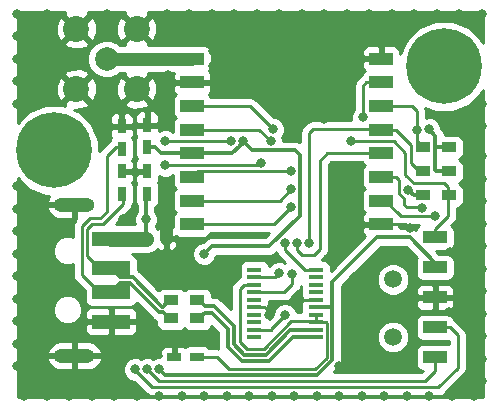
<source format=gtl>
G04 #@! TF.GenerationSoftware,KiCad,Pcbnew,(5.0.0)*
G04 #@! TF.CreationDate,2019-03-08T13:39:37-05:00*
G04 #@! TF.ProjectId,Dongle,446F6E676C652E6B696361645F706362,rev?*
G04 #@! TF.SameCoordinates,Original*
G04 #@! TF.FileFunction,Copper,L1,Top,Signal*
G04 #@! TF.FilePolarity,Positive*
%FSLAX46Y46*%
G04 Gerber Fmt 4.6, Leading zero omitted, Abs format (unit mm)*
G04 Created by KiCad (PCBNEW (5.0.0)) date 03/08/19 13:39:37*
%MOMM*%
%LPD*%
G01*
G04 APERTURE LIST*
G04 #@! TA.AperFunction,SMDPad,CuDef*
%ADD10R,1.200000X0.900000*%
G04 #@! TD*
G04 #@! TA.AperFunction,ComponentPad*
%ADD11C,6.400000*%
G04 #@! TD*
G04 #@! TA.AperFunction,SMDPad,CuDef*
%ADD12R,3.200000X1.200000*%
G04 #@! TD*
G04 #@! TA.AperFunction,ComponentPad*
%ADD13O,3.500000X1.200000*%
G04 #@! TD*
G04 #@! TA.AperFunction,SMDPad,CuDef*
%ADD14R,1.200000X0.400000*%
G04 #@! TD*
G04 #@! TA.AperFunction,SMDPad,CuDef*
%ADD15R,2.000000X1.000000*%
G04 #@! TD*
G04 #@! TA.AperFunction,SMDPad,CuDef*
%ADD16R,0.750000X1.200000*%
G04 #@! TD*
G04 #@! TA.AperFunction,SMDPad,CuDef*
%ADD17R,1.200000X0.750000*%
G04 #@! TD*
G04 #@! TA.AperFunction,ComponentPad*
%ADD18C,1.500000*%
G04 #@! TD*
G04 #@! TA.AperFunction,ComponentPad*
%ADD19C,2.000000*%
G04 #@! TD*
G04 #@! TA.AperFunction,ComponentPad*
%ADD20C,2.200000*%
G04 #@! TD*
G04 #@! TA.AperFunction,SMDPad,CuDef*
%ADD21R,0.600000X0.800000*%
G04 #@! TD*
G04 #@! TA.AperFunction,ViaPad*
%ADD22C,0.800000*%
G04 #@! TD*
G04 #@! TA.AperFunction,Conductor*
%ADD23C,0.250000*%
G04 #@! TD*
G04 #@! TA.AperFunction,Conductor*
%ADD24C,1.100000*%
G04 #@! TD*
G04 #@! TA.AperFunction,Conductor*
%ADD25C,1.300000*%
G04 #@! TD*
G04 #@! TA.AperFunction,Conductor*
%ADD26C,0.300000*%
G04 #@! TD*
G04 #@! TA.AperFunction,Conductor*
%ADD27C,0.254000*%
G04 #@! TD*
G04 APERTURE END LIST*
D10*
G04 #@! TO.P,R3,2*
G04 #@! TO.N,/~MCLR*
X57551500Y-17272000D03*
G04 #@! TO.P,R3,1*
G04 #@! TO.N,+3V3*
X55351500Y-17272000D03*
G04 #@! TD*
D11*
G04 #@! TO.P,REF\002A\002A,1*
G04 #@! TO.N,N/C*
X57150000Y-6350000D03*
G04 #@! TD*
D12*
G04 #@! TO.P,J1,1*
G04 #@! TO.N,+5V*
X28956000Y-20955000D03*
G04 #@! TO.P,J1,2*
G04 #@! TO.N,/D1-*
X28956000Y-23455000D03*
G04 #@! TO.P,J1,3*
G04 #@! TO.N,/D1+*
X28956000Y-25455000D03*
G04 #@! TO.P,J1,4*
G04 #@! TO.N,GND*
X28956000Y-27955000D03*
D13*
G04 #@! TO.P,J1,5*
X25856000Y-18055000D03*
X25856000Y-30855000D03*
G04 #@! TD*
D14*
G04 #@! TO.P,U2,1*
G04 #@! TO.N,Net-(U2-Pad1)*
X41088000Y-23558500D03*
G04 #@! TO.P,U2,2*
G04 #@! TO.N,/RTS*
X41088000Y-24193500D03*
G04 #@! TO.P,U2,3*
G04 #@! TO.N,Net-(C4-Pad1)*
X41088000Y-24828500D03*
G04 #@! TO.P,U2,4*
G04 #@! TO.N,/DOUT*
X41088000Y-25463500D03*
G04 #@! TO.P,U2,5*
G04 #@! TO.N,Net-(U2-Pad5)*
X41088000Y-26098500D03*
G04 #@! TO.P,U2,6*
G04 #@! TO.N,GND*
X41088000Y-26733500D03*
G04 #@! TO.P,U2,7*
G04 #@! TO.N,Net-(U2-Pad7)*
X41088000Y-27368500D03*
G04 #@! TO.P,U2,8*
G04 #@! TO.N,Net-(U2-Pad8)*
X41088000Y-28003500D03*
G04 #@! TO.P,U2,9*
G04 #@! TO.N,/CTS*
X41088000Y-28638500D03*
G04 #@! TO.P,U2,10*
G04 #@! TO.N,Net-(U2-Pad10)*
X41088000Y-29273500D03*
G04 #@! TO.P,U2,11*
G04 #@! TO.N,/USBD+*
X46288000Y-29273500D03*
G04 #@! TO.P,U2,12*
G04 #@! TO.N,/USBD-*
X46288000Y-28638500D03*
G04 #@! TO.P,U2,13*
G04 #@! TO.N,Net-(C4-Pad1)*
X46288000Y-28003500D03*
G04 #@! TO.P,U2,14*
X46288000Y-27368500D03*
G04 #@! TO.P,U2,15*
G04 #@! TO.N,+5V*
X46288000Y-26733500D03*
G04 #@! TO.P,U2,16*
G04 #@! TO.N,GND*
X46288000Y-26098500D03*
G04 #@! TO.P,U2,17*
G04 #@! TO.N,Net-(U2-Pad17)*
X46288000Y-25463500D03*
G04 #@! TO.P,U2,18*
G04 #@! TO.N,Net-(U2-Pad18)*
X46288000Y-24828500D03*
G04 #@! TO.P,U2,19*
G04 #@! TO.N,Net-(U2-Pad19)*
X46288000Y-24193500D03*
G04 #@! TO.P,U2,20*
G04 #@! TO.N,/DIN*
X46288000Y-23558500D03*
G04 #@! TD*
D15*
G04 #@! TO.P,U5,16*
G04 #@! TO.N,/DIO2*
X35815000Y-19700000D03*
G04 #@! TO.P,U5,15*
G04 #@! TO.N,/DIO1*
X35815000Y-17700000D03*
G04 #@! TO.P,U5,14*
G04 #@! TO.N,/DIO0*
X35815000Y-15700000D03*
G04 #@! TO.P,U5,13*
G04 #@! TO.N,+3V3*
X35815000Y-13700000D03*
G04 #@! TO.P,U5,12*
G04 #@! TO.N,/DIO4*
X35815000Y-11700000D03*
G04 #@! TO.P,U5,11*
G04 #@! TO.N,/DIO3*
X35815000Y-9700000D03*
G04 #@! TO.P,U5,10*
G04 #@! TO.N,GND*
X35815000Y-7700000D03*
G04 #@! TO.P,U5,9*
G04 #@! TO.N,Net-(J2-Pad1)*
X35815000Y-5700000D03*
G04 #@! TO.P,U5,8*
G04 #@! TO.N,GND*
X51815000Y-5700000D03*
G04 #@! TO.P,U5,7*
G04 #@! TO.N,/DIO5*
X51815000Y-7700000D03*
G04 #@! TO.P,U5,6*
G04 #@! TO.N,/RESET*
X51815000Y-9700000D03*
G04 #@! TO.P,U5,5*
G04 #@! TO.N,/CS*
X51815000Y-11700000D03*
G04 #@! TO.P,U5,4*
G04 #@! TO.N,/SCK*
X51815000Y-13700000D03*
G04 #@! TO.P,U5,3*
G04 #@! TO.N,/MOSI*
X51815000Y-15700000D03*
G04 #@! TO.P,U5,2*
G04 #@! TO.N,/MISO*
X51815000Y-17700000D03*
G04 #@! TO.P,U5,1*
G04 #@! TO.N,GND*
X51815000Y-19700000D03*
G04 #@! TD*
D16*
G04 #@! TO.P,C1,1*
G04 #@! TO.N,/D1-*
X29845000Y-17140000D03*
G04 #@! TO.P,C1,2*
G04 #@! TO.N,GND*
X29845000Y-15240000D03*
G04 #@! TD*
G04 #@! TO.P,C2,2*
G04 #@! TO.N,GND*
X29845000Y-11430000D03*
G04 #@! TO.P,C2,1*
G04 #@! TO.N,/D1+*
X29845000Y-13330000D03*
G04 #@! TD*
G04 #@! TO.P,C3,2*
G04 #@! TO.N,GND*
X32004000Y-15240000D03*
G04 #@! TO.P,C3,1*
G04 #@! TO.N,+5V*
X32004000Y-17140000D03*
G04 #@! TD*
D17*
G04 #@! TO.P,C4,2*
G04 #@! TO.N,GND*
X34290000Y-30988000D03*
G04 #@! TO.P,C4,1*
G04 #@! TO.N,Net-(C4-Pad1)*
X36190000Y-30988000D03*
G04 #@! TD*
D16*
G04 #@! TO.P,C8,1*
G04 #@! TO.N,+3V3*
X32004000Y-13208000D03*
G04 #@! TO.P,C8,2*
G04 #@! TO.N,GND*
X32004000Y-11308000D03*
G04 #@! TD*
D15*
G04 #@! TO.P,J4,1*
G04 #@! TO.N,/~MCLR*
X56388000Y-20828000D03*
G04 #@! TO.P,J4,2*
G04 #@! TO.N,+5V*
X56388000Y-23368000D03*
G04 #@! TO.P,J4,3*
G04 #@! TO.N,GND*
X56388000Y-25908000D03*
G04 #@! TO.P,J4,4*
G04 #@! TO.N,/ICSPDAT*
X56388000Y-28448000D03*
G04 #@! TO.P,J4,5*
G04 #@! TO.N,/ICSPCLK*
X56388000Y-30988000D03*
G04 #@! TD*
D10*
G04 #@! TO.P,R1,2*
G04 #@! TO.N,/D1-*
X34036000Y-26162000D03*
G04 #@! TO.P,R1,1*
G04 #@! TO.N,/USBD-*
X36236000Y-26162000D03*
G04 #@! TD*
G04 #@! TO.P,R2,1*
G04 #@! TO.N,/USBD+*
X36236000Y-27686000D03*
G04 #@! TO.P,R2,2*
G04 #@! TO.N,/D1+*
X34036000Y-27686000D03*
G04 #@! TD*
G04 #@! TO.P,R4,1*
G04 #@! TO.N,+3V3*
X57551500Y-13208000D03*
G04 #@! TO.P,R4,2*
G04 #@! TO.N,/RESET*
X55351500Y-13208000D03*
G04 #@! TD*
G04 #@! TO.P,R5,2*
G04 #@! TO.N,/CS*
X55351500Y-15240000D03*
G04 #@! TO.P,R5,1*
G04 #@! TO.N,+3V3*
X57551500Y-15240000D03*
G04 #@! TD*
D18*
G04 #@! TO.P,Y1,2*
G04 #@! TO.N,/OSC2*
X52832000Y-29264000D03*
G04 #@! TO.P,Y1,1*
G04 #@! TO.N,/OSC1*
X52832000Y-24384000D03*
G04 #@! TD*
D19*
G04 #@! TO.P,J2,1*
G04 #@! TO.N,Net-(J2-Pad1)*
X28575000Y-5715000D03*
D20*
G04 #@! TO.P,J2,2*
G04 #@! TO.N,GND*
X26025000Y-3165000D03*
X31125000Y-3165000D03*
X26025000Y-8265000D03*
X31125000Y-8265000D03*
G04 #@! TD*
D21*
G04 #@! TO.P,D1,2*
G04 #@! TO.N,GND*
X33616000Y-20955000D03*
G04 #@! TO.P,D1,1*
G04 #@! TO.N,+5V*
X31916000Y-20955000D03*
G04 #@! TD*
D11*
G04 #@! TO.P,REF\002A\002A,1*
G04 #@! TO.N,N/C*
X24130000Y-13462000D03*
G04 #@! TD*
D22*
G04 #@! TO.N,GND*
X21590000Y-34290000D03*
X44196000Y-11684000D03*
X42288002Y-27432000D03*
X29972000Y-19304000D03*
X33782000Y-4318000D03*
X33782000Y-7112000D03*
X35814000Y-4318000D03*
X37592000Y-6350000D03*
X37592000Y-5080000D03*
X23495000Y-34290000D03*
X25400000Y-34290000D03*
X27305000Y-34290000D03*
X29210000Y-34290000D03*
X31115000Y-34290000D03*
X33020000Y-34290000D03*
X34925000Y-34290000D03*
X36830000Y-34290000D03*
X38735000Y-34290000D03*
X40640000Y-34290000D03*
X42545000Y-34290000D03*
X44450000Y-34290000D03*
X46355000Y-34290000D03*
X48260000Y-34290000D03*
X50165000Y-34290000D03*
X52070000Y-34290000D03*
X53975000Y-34290000D03*
X55880000Y-34290000D03*
X57785000Y-34290000D03*
X59690000Y-34290000D03*
X60325000Y-33020000D03*
X60325000Y-31115000D03*
X60325000Y-29210000D03*
X60325000Y-27305000D03*
X60325000Y-25400000D03*
X60325000Y-23495000D03*
X60325000Y-21590000D03*
X60325000Y-19685000D03*
X60325000Y-17780000D03*
X60325000Y-15875000D03*
X60325000Y-13970000D03*
X60325000Y-11430000D03*
X60325000Y-9525000D03*
X60325000Y-1905000D03*
X58420000Y-1905000D03*
X56515000Y-1905000D03*
X54610000Y-1905000D03*
X52705000Y-1905000D03*
X50800000Y-1905000D03*
X48895000Y-1905000D03*
X46990000Y-1905000D03*
X45085000Y-1905000D03*
X43180000Y-1905000D03*
X41275000Y-1905000D03*
X39370000Y-1905000D03*
X37465000Y-1905000D03*
X35560000Y-1905000D03*
X33655000Y-1905000D03*
X28575000Y-1905000D03*
X23495000Y-1905000D03*
X20955000Y-1905000D03*
X20955000Y-3810000D03*
X20955000Y-5715000D03*
X20955000Y-7620000D03*
X20955000Y-9525000D03*
X20955000Y-16510000D03*
X20955000Y-18415000D03*
X20955000Y-20320000D03*
X20955000Y-22225000D03*
X20955000Y-24130000D03*
X20955000Y-26035000D03*
X20955000Y-27940000D03*
X20955000Y-29845000D03*
X20955000Y-31750000D03*
X36830000Y-29210000D03*
X35560000Y-29210000D03*
X34290000Y-29210000D03*
X44450000Y-9525000D03*
X45720000Y-9525000D03*
X45720000Y-8255000D03*
X44450000Y-8255000D03*
X46990000Y-9525000D03*
X45720000Y-10795000D03*
X46990000Y-10795000D03*
X33655000Y-8890000D03*
X33655000Y-10795000D03*
X27940000Y-10795000D03*
X23495000Y-5715000D03*
X57785000Y-10795000D03*
X29210000Y-32385000D03*
X29210000Y-30480000D03*
X22860000Y-31750000D03*
X22860000Y-24130000D03*
X25400000Y-24765000D03*
X33655000Y-17272000D03*
X44704000Y-26035000D03*
X54229000Y-20066000D03*
X57658000Y-22098000D03*
X22860000Y-20320000D03*
X22860000Y-27940000D03*
X23241000Y-8255000D03*
X23495000Y-3937000D03*
X22860000Y-22225000D03*
X22860000Y-18415000D03*
X49530000Y-31750000D03*
X48260000Y-31750000D03*
X57531000Y-27178000D03*
G04 #@! TO.N,+5V*
X33024653Y-31999347D03*
X31916000Y-19304000D03*
G04 #@! TO.N,+3V3*
X55880000Y-11684000D03*
X40132000Y-12700000D03*
X36830000Y-22225000D03*
X54085438Y-16781419D03*
G04 #@! TO.N,/~MCLR*
X49276000Y-12700000D03*
G04 #@! TO.N,/ICSPDAT*
X30988000Y-32004000D03*
X39116000Y-12700000D03*
X33528000Y-12700000D03*
G04 #@! TO.N,/ICSPCLK*
X32004000Y-32004000D03*
X41656000Y-14515000D03*
X33528000Y-14732000D03*
G04 #@! TO.N,/RESET*
X54841669Y-11706331D03*
G04 #@! TO.N,/CS*
X45720000Y-21336000D03*
G04 #@! TO.N,/DIN*
X43688000Y-21336000D03*
G04 #@! TO.N,/DOUT*
X44301760Y-23942497D03*
G04 #@! TO.N,/RTS*
X43180000Y-23876000D03*
G04 #@! TO.N,/CTS*
X43678796Y-27422624D03*
G04 #@! TO.N,/MISO*
X56388000Y-19050000D03*
G04 #@! TO.N,/MOSI*
X55245000Y-18322002D03*
G04 #@! TO.N,/SCK*
X44704000Y-21336000D03*
G04 #@! TO.N,/DIO5*
X50292000Y-10668000D03*
G04 #@! TO.N,/DIO4*
X42455000Y-12700000D03*
G04 #@! TO.N,/DIO3*
X42672000Y-11684000D03*
G04 #@! TO.N,/DIO2*
X44196000Y-18288000D03*
G04 #@! TO.N,/DIO1*
X44196000Y-16764000D03*
G04 #@! TO.N,/DIO0*
X44196000Y-15240000D03*
G04 #@! TD*
D23*
G04 #@! TO.N,GND*
X45720000Y-10160000D02*
X45720000Y-9652000D01*
X44196000Y-11684000D02*
X45720000Y-10160000D01*
X42288002Y-27083502D02*
X42288002Y-27432000D01*
X41088000Y-26733500D02*
X41938000Y-26733500D01*
X41938000Y-26733500D02*
X42288002Y-27083502D01*
X30597000Y-15240000D02*
X30988000Y-15631000D01*
X30988000Y-15631000D02*
X30988000Y-18288000D01*
X30988000Y-18288000D02*
X29972000Y-19304000D01*
X31379000Y-15240000D02*
X30988000Y-15631000D01*
X32004000Y-15240000D02*
X31379000Y-15240000D01*
D24*
X33616000Y-20955000D02*
X33616000Y-17311000D01*
D23*
X33616000Y-17311000D02*
X33655000Y-17272000D01*
X46288000Y-26098500D02*
X44767500Y-26098500D01*
X44767500Y-26098500D02*
X44704000Y-26035000D01*
X51815000Y-19700000D02*
X53863000Y-19700000D01*
X53863000Y-19700000D02*
X54229000Y-20066000D01*
X29845000Y-15240000D02*
X30226000Y-15240000D01*
X29972000Y-15240000D02*
X30226000Y-15240000D01*
X30226000Y-15240000D02*
X30597000Y-15240000D01*
G04 #@! TO.N,Net-(C4-Pad1)*
X40238000Y-24828500D02*
X39841010Y-25225490D01*
X41088000Y-24828500D02*
X40238000Y-24828500D01*
X39841010Y-25225490D02*
X39841010Y-29671692D01*
X39841010Y-29671692D02*
X40432308Y-30262990D01*
X44186682Y-27940000D02*
X46288000Y-27940000D01*
X41863692Y-30262990D02*
X44186682Y-27940000D01*
X40432308Y-30262990D02*
X41863692Y-30262990D01*
X46288000Y-28003500D02*
X46288000Y-27940000D01*
X46288000Y-27940000D02*
X46288000Y-27368500D01*
X47138000Y-28003500D02*
X46288000Y-28003500D01*
X37934000Y-30988000D02*
X38950000Y-32004000D01*
X36190000Y-30988000D02*
X37934000Y-30988000D01*
X38950000Y-32004000D02*
X46228000Y-32004000D01*
X46228000Y-32004000D02*
X47213001Y-31018999D01*
X47213001Y-31018999D02*
X47213001Y-28078501D01*
X47213001Y-28078501D02*
X47138000Y-28003500D01*
D24*
G04 #@! TO.N,Net-(J2-Pad1)*
X28590000Y-5700000D02*
X28575000Y-5715000D01*
X35815000Y-5700000D02*
X28590000Y-5700000D01*
D25*
G04 #@! TO.N,+5V*
X28956000Y-20955000D02*
X31916000Y-20955000D01*
D26*
X31916000Y-17228000D02*
X32004000Y-17140000D01*
X31916000Y-19304000D02*
X31916000Y-17228000D01*
X31916000Y-20955000D02*
X31916000Y-19304000D01*
X33024653Y-31999347D02*
X33537306Y-32512000D01*
X33537306Y-32512000D02*
X46391764Y-32512000D01*
X46391764Y-32512000D02*
X47688009Y-31215755D01*
X47188000Y-26733500D02*
X46288000Y-26733500D01*
X47688009Y-31215755D02*
X47688009Y-27233509D01*
X56388000Y-22987000D02*
X56388000Y-23368000D01*
X54229000Y-20828000D02*
X56388000Y-22987000D01*
X51471765Y-20828000D02*
X54229000Y-20828000D01*
X47688009Y-24611756D02*
X51471765Y-20828000D01*
X47624509Y-26733500D02*
X47688009Y-26670000D01*
X46288000Y-26733500D02*
X47624509Y-26733500D01*
X47688009Y-27233509D02*
X47688009Y-26670000D01*
X47688009Y-26670000D02*
X47688009Y-24611756D01*
G04 #@! TO.N,+3V3*
X37068000Y-13700000D02*
X35815000Y-13700000D01*
X37084000Y-13716000D02*
X37068000Y-13700000D01*
X35315000Y-13700000D02*
X35815000Y-13700000D01*
X35299000Y-13716000D02*
X35315000Y-13700000D01*
X56504000Y-15240000D02*
X57404000Y-15240000D01*
X56406000Y-15142000D02*
X56504000Y-15240000D01*
X57572000Y-13208000D02*
X56406000Y-13208000D01*
X56406000Y-13208000D02*
X56406000Y-15142000D01*
X56406000Y-12210000D02*
X56406000Y-13208000D01*
X55880000Y-11684000D02*
X56406000Y-12210000D01*
X37115000Y-13700000D02*
X35815000Y-13700000D01*
X39226002Y-13700000D02*
X37115000Y-13700000D01*
X39866001Y-13060001D02*
X39226002Y-13700000D01*
X39866001Y-12965999D02*
X39866001Y-13060001D01*
X40132000Y-12700000D02*
X39866001Y-12965999D01*
X33187000Y-13716000D02*
X34671000Y-13716000D01*
X32679000Y-13208000D02*
X33187000Y-13716000D01*
X32004000Y-13208000D02*
X32679000Y-13208000D01*
X34261000Y-13716000D02*
X34671000Y-13716000D01*
X34671000Y-13716000D02*
X35299000Y-13716000D01*
X55161000Y-17145000D02*
X55288000Y-17272000D01*
X40882001Y-13450001D02*
X40132000Y-12700000D01*
X36830000Y-22225000D02*
X37465000Y-21590000D01*
X37465000Y-21590000D02*
X42323998Y-21590000D01*
X42323998Y-21590000D02*
X44946001Y-18967997D01*
X44946001Y-18967997D02*
X44946001Y-13831001D01*
X44946001Y-13831001D02*
X44565001Y-13450001D01*
X44565001Y-13450001D02*
X40882001Y-13450001D01*
X55288000Y-17272000D02*
X54576019Y-17272000D01*
X54576019Y-17272000D02*
X54085438Y-16781419D01*
D23*
G04 #@! TO.N,/~MCLR*
X57488000Y-18978000D02*
X57488000Y-17272000D01*
X56388000Y-20828000D02*
X56388000Y-20078000D01*
X56388000Y-20078000D02*
X57488000Y-18978000D01*
X52900002Y-12700000D02*
X53848000Y-13647998D01*
X53848000Y-13647998D02*
X53848000Y-15519002D01*
X49276000Y-12700000D02*
X52900002Y-12700000D01*
X53848000Y-15519002D02*
X54584998Y-16256000D01*
X54584998Y-16256000D02*
X57172000Y-16256000D01*
X57488000Y-16572000D02*
X57488000Y-17272000D01*
X57172000Y-16256000D02*
X57488000Y-16572000D01*
G04 #@! TO.N,/ICSPDAT*
X33528000Y-12700000D02*
X39116000Y-12700000D01*
X30988000Y-32061002D02*
X30988000Y-32004000D01*
X57638000Y-28448000D02*
X58293000Y-29103000D01*
X56388000Y-28448000D02*
X57638000Y-28448000D01*
X58293000Y-29103000D02*
X58293000Y-31877000D01*
X58293000Y-31877000D02*
X56642000Y-33528000D01*
X56642000Y-33528000D02*
X32454998Y-33528000D01*
X32454998Y-33528000D02*
X30988000Y-32061002D01*
G04 #@! TO.N,/ICSPCLK*
X41439000Y-14732000D02*
X41656000Y-14515000D01*
X33528000Y-14732000D02*
X41439000Y-14732000D01*
X56388000Y-32131000D02*
X56388000Y-30988000D01*
X55531990Y-32987010D02*
X56388000Y-32131000D01*
X32004000Y-32004000D02*
X32987010Y-32987010D01*
X32987010Y-32987010D02*
X55531990Y-32987010D01*
G04 #@! TO.N,/RESET*
X54841669Y-12677669D02*
X55372000Y-13208000D01*
X54841669Y-11706331D02*
X54841669Y-12677669D01*
X54841669Y-11706331D02*
X54841669Y-10137669D01*
X54404000Y-9700000D02*
X51815000Y-9700000D01*
X54841669Y-10137669D02*
X54404000Y-9700000D01*
G04 #@! TO.N,/CS*
X55054000Y-15240000D02*
X55204000Y-15240000D01*
X54354000Y-14540000D02*
X55054000Y-15240000D01*
X54354000Y-12989000D02*
X54354000Y-14540000D01*
X53065000Y-11700000D02*
X54354000Y-12989000D01*
X51815000Y-11700000D02*
X53065000Y-11700000D01*
X51799000Y-11684000D02*
X51815000Y-11700000D01*
X46011000Y-11684000D02*
X51799000Y-11684000D01*
X45720000Y-21336000D02*
X45720000Y-11975000D01*
X45720000Y-11975000D02*
X46011000Y-11684000D01*
G04 #@! TO.N,/DIN*
X45438000Y-23558500D02*
X46288000Y-23558500D01*
X45344815Y-23558500D02*
X45438000Y-23558500D01*
X43688000Y-21901685D02*
X45344815Y-23558500D01*
X43688000Y-21336000D02*
X43688000Y-21901685D01*
G04 #@! TO.N,/DOUT*
X42672000Y-25463500D02*
X41088000Y-25463500D01*
X42672000Y-25463500D02*
X43624500Y-25463500D01*
X43624500Y-25463500D02*
X44301760Y-24786240D01*
X44301760Y-24786240D02*
X44301760Y-23942497D01*
G04 #@! TO.N,/RTS*
X42862500Y-24193500D02*
X43180000Y-23876000D01*
X41088000Y-24193500D02*
X42862500Y-24193500D01*
G04 #@! TO.N,/CTS*
X41938000Y-28638500D02*
X41088000Y-28638500D01*
X42031185Y-28638500D02*
X41938000Y-28638500D01*
X42031185Y-28638500D02*
X42481500Y-28638500D01*
X42481500Y-28638500D02*
X42672000Y-28448000D01*
X42481500Y-28638500D02*
X42481500Y-28619920D01*
X42481500Y-28619920D02*
X43678796Y-27422624D01*
G04 #@! TO.N,/MISO*
X52174685Y-17700000D02*
X51815000Y-17700000D01*
X54100590Y-19050000D02*
X56388000Y-19050000D01*
X53524685Y-19050000D02*
X54100590Y-19050000D01*
X53270685Y-18796000D02*
X53524685Y-19050000D01*
X53270685Y-18796000D02*
X52174685Y-17700000D01*
G04 #@! TO.N,/MOSI*
X51315000Y-15700000D02*
X51815000Y-15700000D01*
X53065000Y-15700000D02*
X53340000Y-15975000D01*
X51815000Y-15700000D02*
X53065000Y-15700000D01*
X53340000Y-17108983D02*
X53757017Y-17526000D01*
X53340000Y-15975000D02*
X53340000Y-17108983D01*
X53757017Y-17526000D02*
X53757017Y-18070017D01*
X53757017Y-18070017D02*
X53975000Y-18288000D01*
X53975000Y-18288000D02*
X55210998Y-18288000D01*
X55210998Y-18288000D02*
X55245000Y-18322002D01*
G04 #@! TO.N,/SCK*
X44704000Y-21336000D02*
X44704000Y-21901685D01*
X44704000Y-21901685D02*
X45154315Y-22352000D01*
X46609000Y-21844000D02*
X46609000Y-14351000D01*
X46101000Y-22352000D02*
X46609000Y-21844000D01*
X45154315Y-22352000D02*
X46101000Y-22352000D01*
X47260000Y-13700000D02*
X51815000Y-13700000D01*
X46609000Y-14351000D02*
X47260000Y-13700000D01*
G04 #@! TO.N,/DIO5*
X50292000Y-10668000D02*
X50292000Y-7973000D01*
X50292000Y-7973000D02*
X50565000Y-7700000D01*
X50565000Y-7700000D02*
X51815000Y-7700000D01*
G04 #@! TO.N,/DIO4*
X41455000Y-11700000D02*
X42455000Y-12700000D01*
X35815000Y-11700000D02*
X41455000Y-11700000D01*
G04 #@! TO.N,/DIO3*
X40688000Y-9700000D02*
X35815000Y-9700000D01*
X42672000Y-11684000D02*
X40688000Y-9700000D01*
G04 #@! TO.N,/DIO2*
X42784000Y-19700000D02*
X35815000Y-19700000D01*
X44196000Y-18288000D02*
X42784000Y-19700000D01*
G04 #@! TO.N,/DIO1*
X43260000Y-17700000D02*
X35815000Y-17700000D01*
X44196000Y-16764000D02*
X43260000Y-17700000D01*
G04 #@! TO.N,/DIO0*
X36275000Y-15240000D02*
X35815000Y-15700000D01*
X44196000Y-15240000D02*
X36275000Y-15240000D01*
G04 #@! TO.N,/D1-*
X29972000Y-17990000D02*
X29972000Y-17140000D01*
X28956000Y-23455000D02*
X27956000Y-23455000D01*
X27320571Y-19685000D02*
X28277000Y-19685000D01*
X28277000Y-19685000D02*
X29972000Y-17990000D01*
X26924000Y-20081571D02*
X27320571Y-19685000D01*
X26924000Y-22423000D02*
X26924000Y-20081571D01*
X27956000Y-23455000D02*
X26924000Y-22423000D01*
D26*
X28956000Y-23455000D02*
X30248893Y-23455000D01*
X33250554Y-26674000D02*
X33374000Y-26674000D01*
X33886000Y-26162000D02*
X34036000Y-26162000D01*
X29706000Y-24205000D02*
X30781554Y-24205000D01*
X28956000Y-23455000D02*
X29706000Y-24205000D01*
X33374000Y-26674000D02*
X33886000Y-26162000D01*
X30781554Y-24205000D02*
X33250554Y-26674000D01*
D23*
G04 #@! TO.N,/D1+*
X29337000Y-13208000D02*
X29972000Y-13208000D01*
X28575000Y-13970000D02*
X29337000Y-13208000D01*
X28575000Y-18669000D02*
X28575000Y-13970000D01*
X28956000Y-25455000D02*
X27956000Y-25455000D01*
X27956000Y-25455000D02*
X26473990Y-23972990D01*
X26473990Y-23972990D02*
X26473990Y-19895171D01*
X26473990Y-19895171D02*
X27178000Y-19191161D01*
X27178000Y-19191161D02*
X28052839Y-19191161D01*
X28052839Y-19191161D02*
X28575000Y-18669000D01*
D26*
X33886000Y-27686000D02*
X34036000Y-27686000D01*
X30574446Y-24705000D02*
X33043446Y-27174000D01*
X29706000Y-24705000D02*
X30574446Y-24705000D01*
X28956000Y-25455000D02*
X29706000Y-24705000D01*
X33374000Y-27174000D02*
X33886000Y-27686000D01*
X33043446Y-27174000D02*
X33374000Y-27174000D01*
G04 #@! TO.N,/USBD-*
X36873000Y-26649000D02*
X37705910Y-26649000D01*
X36386000Y-26162000D02*
X36873000Y-26649000D01*
X36236000Y-26162000D02*
X36386000Y-26162000D01*
X45387999Y-28638500D02*
X46288000Y-28638500D01*
X40235553Y-30738000D02*
X42060447Y-30738000D01*
X39366000Y-29868447D02*
X40235553Y-30738000D01*
X39366000Y-28309090D02*
X39366000Y-29868447D01*
X37705910Y-26649000D02*
X39366000Y-28309090D01*
X45345499Y-28681000D02*
X45387999Y-28638500D01*
X44117446Y-28681000D02*
X45345499Y-28681000D01*
X42060447Y-30738000D02*
X44117446Y-28681000D01*
G04 #@! TO.N,/USBD+*
X36873000Y-27199000D02*
X37478090Y-27199000D01*
X36236000Y-27686000D02*
X36386000Y-27686000D01*
X36386000Y-27686000D02*
X36873000Y-27199000D01*
X45387999Y-29273500D02*
X46288000Y-29273500D01*
X45345499Y-29231000D02*
X45387999Y-29273500D01*
X38816009Y-28536919D02*
X38816010Y-30096261D01*
X37478090Y-27199000D02*
X38816009Y-28536919D01*
X38816010Y-30096261D02*
X40007740Y-31287991D01*
X40007740Y-31287991D02*
X42288261Y-31287990D01*
X42288261Y-31287990D02*
X44345251Y-29231000D01*
X44345251Y-29231000D02*
X45345499Y-29231000D01*
G04 #@! TD*
D27*
G04 #@! TO.N,GND*
G36*
X60479001Y-34317000D02*
X21055000Y-34317000D01*
X21055000Y-31172609D01*
X23512538Y-31172609D01*
X23516408Y-31210281D01*
X23742920Y-31638474D01*
X24116053Y-31947390D01*
X24579000Y-32090000D01*
X25729000Y-32090000D01*
X25729000Y-30982000D01*
X25983000Y-30982000D01*
X25983000Y-32090000D01*
X27133000Y-32090000D01*
X27595947Y-31947390D01*
X27969080Y-31638474D01*
X28195592Y-31210281D01*
X28199462Y-31172609D01*
X28074731Y-30982000D01*
X25983000Y-30982000D01*
X25729000Y-30982000D01*
X23637269Y-30982000D01*
X23512538Y-31172609D01*
X21055000Y-31172609D01*
X21055000Y-30537391D01*
X23512538Y-30537391D01*
X23637269Y-30728000D01*
X25729000Y-30728000D01*
X25729000Y-29620000D01*
X25983000Y-29620000D01*
X25983000Y-30728000D01*
X28074731Y-30728000D01*
X28199462Y-30537391D01*
X28195592Y-30499719D01*
X27969080Y-30071526D01*
X27595947Y-29762610D01*
X27133000Y-29620000D01*
X25983000Y-29620000D01*
X25729000Y-29620000D01*
X24579000Y-29620000D01*
X24116053Y-29762610D01*
X23742920Y-30071526D01*
X23516408Y-30499719D01*
X23512538Y-30537391D01*
X21055000Y-30537391D01*
X21055000Y-28240750D01*
X26721000Y-28240750D01*
X26721000Y-28681309D01*
X26817673Y-28914698D01*
X26996301Y-29093327D01*
X27229690Y-29190000D01*
X28670250Y-29190000D01*
X28829000Y-29031250D01*
X28829000Y-28082000D01*
X29083000Y-28082000D01*
X29083000Y-29031250D01*
X29241750Y-29190000D01*
X30682310Y-29190000D01*
X30915699Y-29093327D01*
X31094327Y-28914698D01*
X31191000Y-28681309D01*
X31191000Y-28240750D01*
X31032250Y-28082000D01*
X29083000Y-28082000D01*
X28829000Y-28082000D01*
X26879750Y-28082000D01*
X26721000Y-28240750D01*
X21055000Y-28240750D01*
X21055000Y-26709343D01*
X24021000Y-26709343D01*
X24021000Y-27200657D01*
X24209018Y-27654571D01*
X24556429Y-28001982D01*
X25010343Y-28190000D01*
X25501657Y-28190000D01*
X25955571Y-28001982D01*
X26302982Y-27654571D01*
X26479387Y-27228691D01*
X26721000Y-27228691D01*
X26721000Y-27669250D01*
X26879750Y-27828000D01*
X28829000Y-27828000D01*
X28829000Y-26878750D01*
X29083000Y-26878750D01*
X29083000Y-27828000D01*
X31032250Y-27828000D01*
X31191000Y-27669250D01*
X31191000Y-27228691D01*
X31094327Y-26995302D01*
X30915699Y-26816673D01*
X30682310Y-26720000D01*
X29241750Y-26720000D01*
X29083000Y-26878750D01*
X28829000Y-26878750D01*
X28670250Y-26720000D01*
X27229690Y-26720000D01*
X26996301Y-26816673D01*
X26817673Y-26995302D01*
X26721000Y-27228691D01*
X26479387Y-27228691D01*
X26491000Y-27200657D01*
X26491000Y-26709343D01*
X26302982Y-26255429D01*
X25955571Y-25908018D01*
X25501657Y-25720000D01*
X25010343Y-25720000D01*
X24556429Y-25908018D01*
X24209018Y-26255429D01*
X24021000Y-26709343D01*
X21055000Y-26709343D01*
X21055000Y-18372609D01*
X23512538Y-18372609D01*
X23516408Y-18410281D01*
X23742920Y-18838474D01*
X24116053Y-19147390D01*
X24579000Y-19290000D01*
X25729000Y-19290000D01*
X25729000Y-18182000D01*
X23637269Y-18182000D01*
X23512538Y-18372609D01*
X21055000Y-18372609D01*
X21055000Y-15810509D01*
X21957647Y-16713156D01*
X23367171Y-17297000D01*
X23729444Y-17297000D01*
X23516408Y-17699719D01*
X23512538Y-17737391D01*
X23637269Y-17928000D01*
X25729000Y-17928000D01*
X25729000Y-17908000D01*
X25983000Y-17908000D01*
X25983000Y-17928000D01*
X26003000Y-17928000D01*
X26003000Y-18182000D01*
X25983000Y-18182000D01*
X25983000Y-19290000D01*
X26004360Y-19290000D01*
X25989517Y-19304843D01*
X25926062Y-19347242D01*
X25883662Y-19410698D01*
X25883661Y-19410699D01*
X25776626Y-19570888D01*
X25758087Y-19598634D01*
X25730149Y-19739090D01*
X25699102Y-19895171D01*
X25713991Y-19970023D01*
X25713991Y-20807952D01*
X25501657Y-20720000D01*
X25010343Y-20720000D01*
X24556429Y-20908018D01*
X24209018Y-21255429D01*
X24021000Y-21709343D01*
X24021000Y-22200657D01*
X24209018Y-22654571D01*
X24556429Y-23001982D01*
X25010343Y-23190000D01*
X25501657Y-23190000D01*
X25713990Y-23102048D01*
X25713990Y-23898143D01*
X25699102Y-23972990D01*
X25713990Y-24047837D01*
X25713990Y-24047841D01*
X25758086Y-24269526D01*
X25926061Y-24520919D01*
X25989520Y-24563321D01*
X26708560Y-25282362D01*
X26708560Y-26055000D01*
X26757843Y-26302765D01*
X26898191Y-26512809D01*
X27108235Y-26653157D01*
X27356000Y-26702440D01*
X30556000Y-26702440D01*
X30803765Y-26653157D01*
X31013809Y-26512809D01*
X31117265Y-26357977D01*
X32433699Y-27674411D01*
X32477493Y-27739953D01*
X32543035Y-27783747D01*
X32543037Y-27783749D01*
X32572597Y-27803500D01*
X32737154Y-27913454D01*
X32788560Y-27923679D01*
X32788560Y-28136000D01*
X32837843Y-28383765D01*
X32978191Y-28593809D01*
X33188235Y-28734157D01*
X33436000Y-28783440D01*
X34636000Y-28783440D01*
X34883765Y-28734157D01*
X35093809Y-28593809D01*
X35136000Y-28530666D01*
X35178191Y-28593809D01*
X35388235Y-28734157D01*
X35636000Y-28783440D01*
X36836000Y-28783440D01*
X37083765Y-28734157D01*
X37293809Y-28593809D01*
X37434157Y-28383765D01*
X37453824Y-28284891D01*
X38031009Y-28862077D01*
X38031011Y-30018945D01*
X38015632Y-30096261D01*
X38043195Y-30234831D01*
X38008852Y-30228000D01*
X38008847Y-30228000D01*
X37934000Y-30213112D01*
X37859153Y-30228000D01*
X37296459Y-30228000D01*
X37247809Y-30155191D01*
X37037765Y-30014843D01*
X36790000Y-29965560D01*
X35590000Y-29965560D01*
X35342235Y-30014843D01*
X35250898Y-30075873D01*
X35249698Y-30074673D01*
X35016309Y-29978000D01*
X34575750Y-29978000D01*
X34417000Y-30136750D01*
X34417000Y-30861000D01*
X34437000Y-30861000D01*
X34437000Y-31115000D01*
X34417000Y-31115000D01*
X34417000Y-31135000D01*
X34163000Y-31135000D01*
X34163000Y-31115000D01*
X34143000Y-31115000D01*
X34143000Y-30861000D01*
X34163000Y-30861000D01*
X34163000Y-30136750D01*
X34004250Y-29978000D01*
X33563691Y-29978000D01*
X33330302Y-30074673D01*
X33151673Y-30253301D01*
X33055000Y-30486690D01*
X33055000Y-30702250D01*
X33213748Y-30860998D01*
X33055000Y-30860998D01*
X33055000Y-30964347D01*
X32818779Y-30964347D01*
X32508710Y-31092782D01*
X32209874Y-30969000D01*
X31798126Y-30969000D01*
X31496000Y-31094144D01*
X31193874Y-30969000D01*
X30782126Y-30969000D01*
X30401720Y-31126569D01*
X30110569Y-31417720D01*
X29953000Y-31798126D01*
X29953000Y-32209874D01*
X30110569Y-32590280D01*
X30401720Y-32881431D01*
X30782126Y-33039000D01*
X30891196Y-33039000D01*
X31864671Y-34012476D01*
X31907069Y-34075929D01*
X31970522Y-34118327D01*
X31970524Y-34118329D01*
X32095900Y-34202102D01*
X32158461Y-34243904D01*
X32380146Y-34288000D01*
X32380150Y-34288000D01*
X32454997Y-34302888D01*
X32529844Y-34288000D01*
X56567153Y-34288000D01*
X56642000Y-34302888D01*
X56716847Y-34288000D01*
X56716852Y-34288000D01*
X56938537Y-34243904D01*
X57189929Y-34075929D01*
X57232331Y-34012470D01*
X58777473Y-32467329D01*
X58840929Y-32424929D01*
X59008904Y-32173537D01*
X59053000Y-31951852D01*
X59053000Y-31951848D01*
X59067888Y-31877000D01*
X59053000Y-31802152D01*
X59053000Y-29177847D01*
X59067888Y-29103000D01*
X59053000Y-29028153D01*
X59053000Y-29028148D01*
X59008904Y-28806463D01*
X58840929Y-28555071D01*
X58777473Y-28512671D01*
X58228331Y-27963530D01*
X58185929Y-27900071D01*
X58001378Y-27776758D01*
X57986157Y-27700235D01*
X57845809Y-27490191D01*
X57635765Y-27349843D01*
X57388000Y-27300560D01*
X55388000Y-27300560D01*
X55140235Y-27349843D01*
X54930191Y-27490191D01*
X54789843Y-27700235D01*
X54740560Y-27948000D01*
X54740560Y-28948000D01*
X54789843Y-29195765D01*
X54930191Y-29405809D01*
X55140235Y-29546157D01*
X55388000Y-29595440D01*
X57388000Y-29595440D01*
X57533000Y-29566598D01*
X57533000Y-29869402D01*
X57388000Y-29840560D01*
X55388000Y-29840560D01*
X55140235Y-29889843D01*
X54930191Y-30030191D01*
X54789843Y-30240235D01*
X54740560Y-30488000D01*
X54740560Y-31488000D01*
X54789843Y-31735765D01*
X54930191Y-31945809D01*
X55140235Y-32086157D01*
X55321905Y-32122293D01*
X55217189Y-32227010D01*
X47786912Y-32227010D01*
X48188420Y-31825502D01*
X48253962Y-31781708D01*
X48297756Y-31716166D01*
X48297758Y-31716164D01*
X48379196Y-31594283D01*
X48427463Y-31522047D01*
X48473009Y-31293071D01*
X48473009Y-31293067D01*
X48488387Y-31215756D01*
X48473009Y-31138445D01*
X48473009Y-28988506D01*
X51447000Y-28988506D01*
X51447000Y-29539494D01*
X51657853Y-30048540D01*
X52047460Y-30438147D01*
X52556506Y-30649000D01*
X53107494Y-30649000D01*
X53616540Y-30438147D01*
X54006147Y-30048540D01*
X54217000Y-29539494D01*
X54217000Y-28988506D01*
X54006147Y-28479460D01*
X53616540Y-28089853D01*
X53107494Y-27879000D01*
X52556506Y-27879000D01*
X52047460Y-28089853D01*
X51657853Y-28479460D01*
X51447000Y-28988506D01*
X48473009Y-28988506D01*
X48473009Y-26747312D01*
X48488387Y-26670000D01*
X48473009Y-26592688D01*
X48473009Y-26193750D01*
X54753000Y-26193750D01*
X54753000Y-26534309D01*
X54849673Y-26767698D01*
X55028301Y-26946327D01*
X55261690Y-27043000D01*
X56102250Y-27043000D01*
X56261000Y-26884250D01*
X56261000Y-26035000D01*
X56515000Y-26035000D01*
X56515000Y-26884250D01*
X56673750Y-27043000D01*
X57514310Y-27043000D01*
X57747699Y-26946327D01*
X57926327Y-26767698D01*
X58023000Y-26534309D01*
X58023000Y-26193750D01*
X57864250Y-26035000D01*
X56515000Y-26035000D01*
X56261000Y-26035000D01*
X54911750Y-26035000D01*
X54753000Y-26193750D01*
X48473009Y-26193750D01*
X48473009Y-24936913D01*
X49301416Y-24108506D01*
X51447000Y-24108506D01*
X51447000Y-24659494D01*
X51657853Y-25168540D01*
X52047460Y-25558147D01*
X52556506Y-25769000D01*
X53107494Y-25769000D01*
X53616540Y-25558147D01*
X53892996Y-25281691D01*
X54753000Y-25281691D01*
X54753000Y-25622250D01*
X54911750Y-25781000D01*
X56261000Y-25781000D01*
X56261000Y-24931750D01*
X56515000Y-24931750D01*
X56515000Y-25781000D01*
X57864250Y-25781000D01*
X58023000Y-25622250D01*
X58023000Y-25281691D01*
X57926327Y-25048302D01*
X57747699Y-24869673D01*
X57514310Y-24773000D01*
X56673750Y-24773000D01*
X56515000Y-24931750D01*
X56261000Y-24931750D01*
X56102250Y-24773000D01*
X55261690Y-24773000D01*
X55028301Y-24869673D01*
X54849673Y-25048302D01*
X54753000Y-25281691D01*
X53892996Y-25281691D01*
X54006147Y-25168540D01*
X54217000Y-24659494D01*
X54217000Y-24108506D01*
X54006147Y-23599460D01*
X53616540Y-23209853D01*
X53107494Y-22999000D01*
X52556506Y-22999000D01*
X52047460Y-23209853D01*
X51657853Y-23599460D01*
X51447000Y-24108506D01*
X49301416Y-24108506D01*
X51796923Y-21613000D01*
X53903843Y-21613000D01*
X54838403Y-22547560D01*
X54789843Y-22620235D01*
X54740560Y-22868000D01*
X54740560Y-23868000D01*
X54789843Y-24115765D01*
X54930191Y-24325809D01*
X55140235Y-24466157D01*
X55388000Y-24515440D01*
X57388000Y-24515440D01*
X57635765Y-24466157D01*
X57845809Y-24325809D01*
X57986157Y-24115765D01*
X58035440Y-23868000D01*
X58035440Y-22868000D01*
X57986157Y-22620235D01*
X57845809Y-22410191D01*
X57635765Y-22269843D01*
X57388000Y-22220560D01*
X56731718Y-22220560D01*
X56486598Y-21975440D01*
X57388000Y-21975440D01*
X57635765Y-21926157D01*
X57845809Y-21785809D01*
X57986157Y-21575765D01*
X58035440Y-21328000D01*
X58035440Y-20328000D01*
X57986157Y-20080235D01*
X57845809Y-19870191D01*
X57740786Y-19800016D01*
X57972473Y-19568329D01*
X58035929Y-19525929D01*
X58203904Y-19274537D01*
X58248000Y-19052852D01*
X58248000Y-19052847D01*
X58262888Y-18978000D01*
X58248000Y-18903153D01*
X58248000Y-18350245D01*
X58399265Y-18320157D01*
X58609309Y-18179809D01*
X58749657Y-17969765D01*
X58798940Y-17722000D01*
X58798940Y-16822000D01*
X58749657Y-16574235D01*
X58609309Y-16364191D01*
X58447391Y-16256000D01*
X58609309Y-16147809D01*
X58749657Y-15937765D01*
X58798940Y-15690000D01*
X58798940Y-14790000D01*
X58749657Y-14542235D01*
X58609309Y-14332191D01*
X58447391Y-14224000D01*
X58609309Y-14115809D01*
X58749657Y-13905765D01*
X58798940Y-13658000D01*
X58798940Y-12758000D01*
X58749657Y-12510235D01*
X58609309Y-12300191D01*
X58399265Y-12159843D01*
X58151500Y-12110560D01*
X57186599Y-12110560D01*
X57145454Y-11903708D01*
X57063585Y-11781183D01*
X57015749Y-11709591D01*
X57015747Y-11709589D01*
X56971953Y-11644047D01*
X56915000Y-11605992D01*
X56915000Y-11478126D01*
X56757431Y-11097720D01*
X56466280Y-10806569D01*
X56085874Y-10649000D01*
X55674126Y-10649000D01*
X55601669Y-10679013D01*
X55601669Y-10212515D01*
X55616557Y-10137668D01*
X55601669Y-10062821D01*
X55601669Y-10062817D01*
X55557624Y-9841391D01*
X56387171Y-10185000D01*
X57912829Y-10185000D01*
X59322353Y-9601156D01*
X60401156Y-8522353D01*
X60479000Y-8334420D01*
X60479001Y-34317000D01*
X60479001Y-34317000D01*
G37*
X60479001Y-34317000D02*
X21055000Y-34317000D01*
X21055000Y-31172609D01*
X23512538Y-31172609D01*
X23516408Y-31210281D01*
X23742920Y-31638474D01*
X24116053Y-31947390D01*
X24579000Y-32090000D01*
X25729000Y-32090000D01*
X25729000Y-30982000D01*
X25983000Y-30982000D01*
X25983000Y-32090000D01*
X27133000Y-32090000D01*
X27595947Y-31947390D01*
X27969080Y-31638474D01*
X28195592Y-31210281D01*
X28199462Y-31172609D01*
X28074731Y-30982000D01*
X25983000Y-30982000D01*
X25729000Y-30982000D01*
X23637269Y-30982000D01*
X23512538Y-31172609D01*
X21055000Y-31172609D01*
X21055000Y-30537391D01*
X23512538Y-30537391D01*
X23637269Y-30728000D01*
X25729000Y-30728000D01*
X25729000Y-29620000D01*
X25983000Y-29620000D01*
X25983000Y-30728000D01*
X28074731Y-30728000D01*
X28199462Y-30537391D01*
X28195592Y-30499719D01*
X27969080Y-30071526D01*
X27595947Y-29762610D01*
X27133000Y-29620000D01*
X25983000Y-29620000D01*
X25729000Y-29620000D01*
X24579000Y-29620000D01*
X24116053Y-29762610D01*
X23742920Y-30071526D01*
X23516408Y-30499719D01*
X23512538Y-30537391D01*
X21055000Y-30537391D01*
X21055000Y-28240750D01*
X26721000Y-28240750D01*
X26721000Y-28681309D01*
X26817673Y-28914698D01*
X26996301Y-29093327D01*
X27229690Y-29190000D01*
X28670250Y-29190000D01*
X28829000Y-29031250D01*
X28829000Y-28082000D01*
X29083000Y-28082000D01*
X29083000Y-29031250D01*
X29241750Y-29190000D01*
X30682310Y-29190000D01*
X30915699Y-29093327D01*
X31094327Y-28914698D01*
X31191000Y-28681309D01*
X31191000Y-28240750D01*
X31032250Y-28082000D01*
X29083000Y-28082000D01*
X28829000Y-28082000D01*
X26879750Y-28082000D01*
X26721000Y-28240750D01*
X21055000Y-28240750D01*
X21055000Y-26709343D01*
X24021000Y-26709343D01*
X24021000Y-27200657D01*
X24209018Y-27654571D01*
X24556429Y-28001982D01*
X25010343Y-28190000D01*
X25501657Y-28190000D01*
X25955571Y-28001982D01*
X26302982Y-27654571D01*
X26479387Y-27228691D01*
X26721000Y-27228691D01*
X26721000Y-27669250D01*
X26879750Y-27828000D01*
X28829000Y-27828000D01*
X28829000Y-26878750D01*
X29083000Y-26878750D01*
X29083000Y-27828000D01*
X31032250Y-27828000D01*
X31191000Y-27669250D01*
X31191000Y-27228691D01*
X31094327Y-26995302D01*
X30915699Y-26816673D01*
X30682310Y-26720000D01*
X29241750Y-26720000D01*
X29083000Y-26878750D01*
X28829000Y-26878750D01*
X28670250Y-26720000D01*
X27229690Y-26720000D01*
X26996301Y-26816673D01*
X26817673Y-26995302D01*
X26721000Y-27228691D01*
X26479387Y-27228691D01*
X26491000Y-27200657D01*
X26491000Y-26709343D01*
X26302982Y-26255429D01*
X25955571Y-25908018D01*
X25501657Y-25720000D01*
X25010343Y-25720000D01*
X24556429Y-25908018D01*
X24209018Y-26255429D01*
X24021000Y-26709343D01*
X21055000Y-26709343D01*
X21055000Y-18372609D01*
X23512538Y-18372609D01*
X23516408Y-18410281D01*
X23742920Y-18838474D01*
X24116053Y-19147390D01*
X24579000Y-19290000D01*
X25729000Y-19290000D01*
X25729000Y-18182000D01*
X23637269Y-18182000D01*
X23512538Y-18372609D01*
X21055000Y-18372609D01*
X21055000Y-15810509D01*
X21957647Y-16713156D01*
X23367171Y-17297000D01*
X23729444Y-17297000D01*
X23516408Y-17699719D01*
X23512538Y-17737391D01*
X23637269Y-17928000D01*
X25729000Y-17928000D01*
X25729000Y-17908000D01*
X25983000Y-17908000D01*
X25983000Y-17928000D01*
X26003000Y-17928000D01*
X26003000Y-18182000D01*
X25983000Y-18182000D01*
X25983000Y-19290000D01*
X26004360Y-19290000D01*
X25989517Y-19304843D01*
X25926062Y-19347242D01*
X25883662Y-19410698D01*
X25883661Y-19410699D01*
X25776626Y-19570888D01*
X25758087Y-19598634D01*
X25730149Y-19739090D01*
X25699102Y-19895171D01*
X25713991Y-19970023D01*
X25713991Y-20807952D01*
X25501657Y-20720000D01*
X25010343Y-20720000D01*
X24556429Y-20908018D01*
X24209018Y-21255429D01*
X24021000Y-21709343D01*
X24021000Y-22200657D01*
X24209018Y-22654571D01*
X24556429Y-23001982D01*
X25010343Y-23190000D01*
X25501657Y-23190000D01*
X25713990Y-23102048D01*
X25713990Y-23898143D01*
X25699102Y-23972990D01*
X25713990Y-24047837D01*
X25713990Y-24047841D01*
X25758086Y-24269526D01*
X25926061Y-24520919D01*
X25989520Y-24563321D01*
X26708560Y-25282362D01*
X26708560Y-26055000D01*
X26757843Y-26302765D01*
X26898191Y-26512809D01*
X27108235Y-26653157D01*
X27356000Y-26702440D01*
X30556000Y-26702440D01*
X30803765Y-26653157D01*
X31013809Y-26512809D01*
X31117265Y-26357977D01*
X32433699Y-27674411D01*
X32477493Y-27739953D01*
X32543035Y-27783747D01*
X32543037Y-27783749D01*
X32572597Y-27803500D01*
X32737154Y-27913454D01*
X32788560Y-27923679D01*
X32788560Y-28136000D01*
X32837843Y-28383765D01*
X32978191Y-28593809D01*
X33188235Y-28734157D01*
X33436000Y-28783440D01*
X34636000Y-28783440D01*
X34883765Y-28734157D01*
X35093809Y-28593809D01*
X35136000Y-28530666D01*
X35178191Y-28593809D01*
X35388235Y-28734157D01*
X35636000Y-28783440D01*
X36836000Y-28783440D01*
X37083765Y-28734157D01*
X37293809Y-28593809D01*
X37434157Y-28383765D01*
X37453824Y-28284891D01*
X38031009Y-28862077D01*
X38031011Y-30018945D01*
X38015632Y-30096261D01*
X38043195Y-30234831D01*
X38008852Y-30228000D01*
X38008847Y-30228000D01*
X37934000Y-30213112D01*
X37859153Y-30228000D01*
X37296459Y-30228000D01*
X37247809Y-30155191D01*
X37037765Y-30014843D01*
X36790000Y-29965560D01*
X35590000Y-29965560D01*
X35342235Y-30014843D01*
X35250898Y-30075873D01*
X35249698Y-30074673D01*
X35016309Y-29978000D01*
X34575750Y-29978000D01*
X34417000Y-30136750D01*
X34417000Y-30861000D01*
X34437000Y-30861000D01*
X34437000Y-31115000D01*
X34417000Y-31115000D01*
X34417000Y-31135000D01*
X34163000Y-31135000D01*
X34163000Y-31115000D01*
X34143000Y-31115000D01*
X34143000Y-30861000D01*
X34163000Y-30861000D01*
X34163000Y-30136750D01*
X34004250Y-29978000D01*
X33563691Y-29978000D01*
X33330302Y-30074673D01*
X33151673Y-30253301D01*
X33055000Y-30486690D01*
X33055000Y-30702250D01*
X33213748Y-30860998D01*
X33055000Y-30860998D01*
X33055000Y-30964347D01*
X32818779Y-30964347D01*
X32508710Y-31092782D01*
X32209874Y-30969000D01*
X31798126Y-30969000D01*
X31496000Y-31094144D01*
X31193874Y-30969000D01*
X30782126Y-30969000D01*
X30401720Y-31126569D01*
X30110569Y-31417720D01*
X29953000Y-31798126D01*
X29953000Y-32209874D01*
X30110569Y-32590280D01*
X30401720Y-32881431D01*
X30782126Y-33039000D01*
X30891196Y-33039000D01*
X31864671Y-34012476D01*
X31907069Y-34075929D01*
X31970522Y-34118327D01*
X31970524Y-34118329D01*
X32095900Y-34202102D01*
X32158461Y-34243904D01*
X32380146Y-34288000D01*
X32380150Y-34288000D01*
X32454997Y-34302888D01*
X32529844Y-34288000D01*
X56567153Y-34288000D01*
X56642000Y-34302888D01*
X56716847Y-34288000D01*
X56716852Y-34288000D01*
X56938537Y-34243904D01*
X57189929Y-34075929D01*
X57232331Y-34012470D01*
X58777473Y-32467329D01*
X58840929Y-32424929D01*
X59008904Y-32173537D01*
X59053000Y-31951852D01*
X59053000Y-31951848D01*
X59067888Y-31877000D01*
X59053000Y-31802152D01*
X59053000Y-29177847D01*
X59067888Y-29103000D01*
X59053000Y-29028153D01*
X59053000Y-29028148D01*
X59008904Y-28806463D01*
X58840929Y-28555071D01*
X58777473Y-28512671D01*
X58228331Y-27963530D01*
X58185929Y-27900071D01*
X58001378Y-27776758D01*
X57986157Y-27700235D01*
X57845809Y-27490191D01*
X57635765Y-27349843D01*
X57388000Y-27300560D01*
X55388000Y-27300560D01*
X55140235Y-27349843D01*
X54930191Y-27490191D01*
X54789843Y-27700235D01*
X54740560Y-27948000D01*
X54740560Y-28948000D01*
X54789843Y-29195765D01*
X54930191Y-29405809D01*
X55140235Y-29546157D01*
X55388000Y-29595440D01*
X57388000Y-29595440D01*
X57533000Y-29566598D01*
X57533000Y-29869402D01*
X57388000Y-29840560D01*
X55388000Y-29840560D01*
X55140235Y-29889843D01*
X54930191Y-30030191D01*
X54789843Y-30240235D01*
X54740560Y-30488000D01*
X54740560Y-31488000D01*
X54789843Y-31735765D01*
X54930191Y-31945809D01*
X55140235Y-32086157D01*
X55321905Y-32122293D01*
X55217189Y-32227010D01*
X47786912Y-32227010D01*
X48188420Y-31825502D01*
X48253962Y-31781708D01*
X48297756Y-31716166D01*
X48297758Y-31716164D01*
X48379196Y-31594283D01*
X48427463Y-31522047D01*
X48473009Y-31293071D01*
X48473009Y-31293067D01*
X48488387Y-31215756D01*
X48473009Y-31138445D01*
X48473009Y-28988506D01*
X51447000Y-28988506D01*
X51447000Y-29539494D01*
X51657853Y-30048540D01*
X52047460Y-30438147D01*
X52556506Y-30649000D01*
X53107494Y-30649000D01*
X53616540Y-30438147D01*
X54006147Y-30048540D01*
X54217000Y-29539494D01*
X54217000Y-28988506D01*
X54006147Y-28479460D01*
X53616540Y-28089853D01*
X53107494Y-27879000D01*
X52556506Y-27879000D01*
X52047460Y-28089853D01*
X51657853Y-28479460D01*
X51447000Y-28988506D01*
X48473009Y-28988506D01*
X48473009Y-26747312D01*
X48488387Y-26670000D01*
X48473009Y-26592688D01*
X48473009Y-26193750D01*
X54753000Y-26193750D01*
X54753000Y-26534309D01*
X54849673Y-26767698D01*
X55028301Y-26946327D01*
X55261690Y-27043000D01*
X56102250Y-27043000D01*
X56261000Y-26884250D01*
X56261000Y-26035000D01*
X56515000Y-26035000D01*
X56515000Y-26884250D01*
X56673750Y-27043000D01*
X57514310Y-27043000D01*
X57747699Y-26946327D01*
X57926327Y-26767698D01*
X58023000Y-26534309D01*
X58023000Y-26193750D01*
X57864250Y-26035000D01*
X56515000Y-26035000D01*
X56261000Y-26035000D01*
X54911750Y-26035000D01*
X54753000Y-26193750D01*
X48473009Y-26193750D01*
X48473009Y-24936913D01*
X49301416Y-24108506D01*
X51447000Y-24108506D01*
X51447000Y-24659494D01*
X51657853Y-25168540D01*
X52047460Y-25558147D01*
X52556506Y-25769000D01*
X53107494Y-25769000D01*
X53616540Y-25558147D01*
X53892996Y-25281691D01*
X54753000Y-25281691D01*
X54753000Y-25622250D01*
X54911750Y-25781000D01*
X56261000Y-25781000D01*
X56261000Y-24931750D01*
X56515000Y-24931750D01*
X56515000Y-25781000D01*
X57864250Y-25781000D01*
X58023000Y-25622250D01*
X58023000Y-25281691D01*
X57926327Y-25048302D01*
X57747699Y-24869673D01*
X57514310Y-24773000D01*
X56673750Y-24773000D01*
X56515000Y-24931750D01*
X56261000Y-24931750D01*
X56102250Y-24773000D01*
X55261690Y-24773000D01*
X55028301Y-24869673D01*
X54849673Y-25048302D01*
X54753000Y-25281691D01*
X53892996Y-25281691D01*
X54006147Y-25168540D01*
X54217000Y-24659494D01*
X54217000Y-24108506D01*
X54006147Y-23599460D01*
X53616540Y-23209853D01*
X53107494Y-22999000D01*
X52556506Y-22999000D01*
X52047460Y-23209853D01*
X51657853Y-23599460D01*
X51447000Y-24108506D01*
X49301416Y-24108506D01*
X51796923Y-21613000D01*
X53903843Y-21613000D01*
X54838403Y-22547560D01*
X54789843Y-22620235D01*
X54740560Y-22868000D01*
X54740560Y-23868000D01*
X54789843Y-24115765D01*
X54930191Y-24325809D01*
X55140235Y-24466157D01*
X55388000Y-24515440D01*
X57388000Y-24515440D01*
X57635765Y-24466157D01*
X57845809Y-24325809D01*
X57986157Y-24115765D01*
X58035440Y-23868000D01*
X58035440Y-22868000D01*
X57986157Y-22620235D01*
X57845809Y-22410191D01*
X57635765Y-22269843D01*
X57388000Y-22220560D01*
X56731718Y-22220560D01*
X56486598Y-21975440D01*
X57388000Y-21975440D01*
X57635765Y-21926157D01*
X57845809Y-21785809D01*
X57986157Y-21575765D01*
X58035440Y-21328000D01*
X58035440Y-20328000D01*
X57986157Y-20080235D01*
X57845809Y-19870191D01*
X57740786Y-19800016D01*
X57972473Y-19568329D01*
X58035929Y-19525929D01*
X58203904Y-19274537D01*
X58248000Y-19052852D01*
X58248000Y-19052847D01*
X58262888Y-18978000D01*
X58248000Y-18903153D01*
X58248000Y-18350245D01*
X58399265Y-18320157D01*
X58609309Y-18179809D01*
X58749657Y-17969765D01*
X58798940Y-17722000D01*
X58798940Y-16822000D01*
X58749657Y-16574235D01*
X58609309Y-16364191D01*
X58447391Y-16256000D01*
X58609309Y-16147809D01*
X58749657Y-15937765D01*
X58798940Y-15690000D01*
X58798940Y-14790000D01*
X58749657Y-14542235D01*
X58609309Y-14332191D01*
X58447391Y-14224000D01*
X58609309Y-14115809D01*
X58749657Y-13905765D01*
X58798940Y-13658000D01*
X58798940Y-12758000D01*
X58749657Y-12510235D01*
X58609309Y-12300191D01*
X58399265Y-12159843D01*
X58151500Y-12110560D01*
X57186599Y-12110560D01*
X57145454Y-11903708D01*
X57063585Y-11781183D01*
X57015749Y-11709591D01*
X57015747Y-11709589D01*
X56971953Y-11644047D01*
X56915000Y-11605992D01*
X56915000Y-11478126D01*
X56757431Y-11097720D01*
X56466280Y-10806569D01*
X56085874Y-10649000D01*
X55674126Y-10649000D01*
X55601669Y-10679013D01*
X55601669Y-10212515D01*
X55616557Y-10137668D01*
X55601669Y-10062821D01*
X55601669Y-10062817D01*
X55557624Y-9841391D01*
X56387171Y-10185000D01*
X57912829Y-10185000D01*
X59322353Y-9601156D01*
X60401156Y-8522353D01*
X60479000Y-8334420D01*
X60479001Y-34317000D01*
G36*
X45040560Y-25028500D02*
X45063932Y-25146000D01*
X45040560Y-25263500D01*
X45040560Y-25663500D01*
X45059202Y-25757218D01*
X45053000Y-25772190D01*
X45053000Y-25839750D01*
X45081234Y-25867984D01*
X45089843Y-25911265D01*
X45214950Y-26098500D01*
X45089843Y-26285735D01*
X45081234Y-26329016D01*
X45053000Y-26357250D01*
X45053000Y-26424810D01*
X45059202Y-26439782D01*
X45040560Y-26533500D01*
X45040560Y-26933500D01*
X45063932Y-27051000D01*
X45040560Y-27168500D01*
X45040560Y-27180000D01*
X44698574Y-27180000D01*
X44556227Y-26836344D01*
X44265076Y-26545193D01*
X43884670Y-26387624D01*
X43472922Y-26387624D01*
X43092516Y-26545193D01*
X42801365Y-26836344D01*
X42643796Y-27216750D01*
X42643796Y-27382822D01*
X42316805Y-27709814D01*
X42312068Y-27685999D01*
X42335440Y-27568500D01*
X42335440Y-27168500D01*
X42316798Y-27074782D01*
X42323000Y-27059810D01*
X42323000Y-26992250D01*
X42294766Y-26964016D01*
X42286157Y-26920735D01*
X42161050Y-26733500D01*
X42286157Y-26546265D01*
X42294766Y-26502984D01*
X42323000Y-26474750D01*
X42323000Y-26407190D01*
X42316798Y-26392218D01*
X42335440Y-26298500D01*
X42335440Y-26223500D01*
X43549653Y-26223500D01*
X43624500Y-26238388D01*
X43699347Y-26223500D01*
X43699352Y-26223500D01*
X43921037Y-26179404D01*
X44172429Y-26011429D01*
X44214831Y-25947970D01*
X44786233Y-25376569D01*
X44849689Y-25334169D01*
X45017664Y-25082777D01*
X45040560Y-24967671D01*
X45040560Y-25028500D01*
X45040560Y-25028500D01*
G37*
X45040560Y-25028500D02*
X45063932Y-25146000D01*
X45040560Y-25263500D01*
X45040560Y-25663500D01*
X45059202Y-25757218D01*
X45053000Y-25772190D01*
X45053000Y-25839750D01*
X45081234Y-25867984D01*
X45089843Y-25911265D01*
X45214950Y-26098500D01*
X45089843Y-26285735D01*
X45081234Y-26329016D01*
X45053000Y-26357250D01*
X45053000Y-26424810D01*
X45059202Y-26439782D01*
X45040560Y-26533500D01*
X45040560Y-26933500D01*
X45063932Y-27051000D01*
X45040560Y-27168500D01*
X45040560Y-27180000D01*
X44698574Y-27180000D01*
X44556227Y-26836344D01*
X44265076Y-26545193D01*
X43884670Y-26387624D01*
X43472922Y-26387624D01*
X43092516Y-26545193D01*
X42801365Y-26836344D01*
X42643796Y-27216750D01*
X42643796Y-27382822D01*
X42316805Y-27709814D01*
X42312068Y-27685999D01*
X42335440Y-27568500D01*
X42335440Y-27168500D01*
X42316798Y-27074782D01*
X42323000Y-27059810D01*
X42323000Y-26992250D01*
X42294766Y-26964016D01*
X42286157Y-26920735D01*
X42161050Y-26733500D01*
X42286157Y-26546265D01*
X42294766Y-26502984D01*
X42323000Y-26474750D01*
X42323000Y-26407190D01*
X42316798Y-26392218D01*
X42335440Y-26298500D01*
X42335440Y-26223500D01*
X43549653Y-26223500D01*
X43624500Y-26238388D01*
X43699347Y-26223500D01*
X43699352Y-26223500D01*
X43921037Y-26179404D01*
X44172429Y-26011429D01*
X44214831Y-25947970D01*
X44786233Y-25376569D01*
X44849689Y-25334169D01*
X45017664Y-25082777D01*
X45040560Y-24967671D01*
X45040560Y-25028500D01*
G36*
X34167560Y-16200000D02*
X34216843Y-16447765D01*
X34357191Y-16657809D01*
X34420334Y-16700000D01*
X34357191Y-16742191D01*
X34216843Y-16952235D01*
X34167560Y-17200000D01*
X34167560Y-18200000D01*
X34216843Y-18447765D01*
X34357191Y-18657809D01*
X34420334Y-18700000D01*
X34357191Y-18742191D01*
X34216843Y-18952235D01*
X34167560Y-19200000D01*
X34167560Y-19971881D01*
X34042309Y-19920000D01*
X33901750Y-19920000D01*
X33743000Y-20078750D01*
X33743000Y-20828000D01*
X34392250Y-20828000D01*
X34480229Y-20740021D01*
X34567235Y-20798157D01*
X34815000Y-20847440D01*
X36815000Y-20847440D01*
X37062765Y-20798157D01*
X37272809Y-20657809D01*
X37404982Y-20460000D01*
X42343841Y-20460000D01*
X41998841Y-20805000D01*
X37542312Y-20805000D01*
X37465000Y-20789622D01*
X37387688Y-20805000D01*
X37387684Y-20805000D01*
X37158708Y-20850546D01*
X36899047Y-21024047D01*
X36855251Y-21089592D01*
X36754843Y-21190000D01*
X36624126Y-21190000D01*
X36243720Y-21347569D01*
X35952569Y-21638720D01*
X35795000Y-22019126D01*
X35795000Y-22430874D01*
X35952569Y-22811280D01*
X36243720Y-23102431D01*
X36624126Y-23260000D01*
X37035874Y-23260000D01*
X37416280Y-23102431D01*
X37707431Y-22811280D01*
X37865000Y-22430874D01*
X37865000Y-22375000D01*
X42246686Y-22375000D01*
X42323998Y-22390378D01*
X42401310Y-22375000D01*
X42401314Y-22375000D01*
X42630290Y-22329454D01*
X42889951Y-22155953D01*
X42933747Y-22090408D01*
X42947846Y-22076309D01*
X42972096Y-22198222D01*
X43140072Y-22449614D01*
X43203528Y-22492014D01*
X43670345Y-22958832D01*
X43385874Y-22841000D01*
X42974126Y-22841000D01*
X42593720Y-22998569D01*
X42318575Y-23273714D01*
X42286157Y-23110735D01*
X42145809Y-22900691D01*
X41935765Y-22760343D01*
X41688000Y-22711060D01*
X40488000Y-22711060D01*
X40240235Y-22760343D01*
X40030191Y-22900691D01*
X39889843Y-23110735D01*
X39840560Y-23358500D01*
X39840560Y-23758500D01*
X39863932Y-23876000D01*
X39840560Y-23993500D01*
X39840560Y-24180017D01*
X39690071Y-24280571D01*
X39647669Y-24344030D01*
X39356540Y-24635159D01*
X39293081Y-24677561D01*
X39125106Y-24928954D01*
X39081010Y-25150639D01*
X39081010Y-25150643D01*
X39066122Y-25225490D01*
X39081010Y-25300337D01*
X39081010Y-26913943D01*
X38315659Y-26148592D01*
X38271863Y-26083047D01*
X38012202Y-25909546D01*
X37783226Y-25864000D01*
X37783222Y-25864000D01*
X37705910Y-25848622D01*
X37628598Y-25864000D01*
X37483440Y-25864000D01*
X37483440Y-25712000D01*
X37434157Y-25464235D01*
X37293809Y-25254191D01*
X37083765Y-25113843D01*
X36836000Y-25064560D01*
X35636000Y-25064560D01*
X35388235Y-25113843D01*
X35178191Y-25254191D01*
X35136000Y-25317334D01*
X35093809Y-25254191D01*
X34883765Y-25113843D01*
X34636000Y-25064560D01*
X33436000Y-25064560D01*
X33188235Y-25113843D01*
X32978191Y-25254191D01*
X32963255Y-25276544D01*
X31391302Y-23704591D01*
X31347507Y-23639047D01*
X31203440Y-23542784D01*
X31203440Y-22855000D01*
X31154157Y-22607235D01*
X31013809Y-22397191D01*
X30803765Y-22256843D01*
X30719089Y-22240000D01*
X32042558Y-22240000D01*
X32417382Y-22165443D01*
X32842433Y-21881433D01*
X32883278Y-21820304D01*
X32956302Y-21893327D01*
X33189691Y-21990000D01*
X33330250Y-21990000D01*
X33489000Y-21831250D01*
X33489000Y-21082000D01*
X33743000Y-21082000D01*
X33743000Y-21831250D01*
X33901750Y-21990000D01*
X34042309Y-21990000D01*
X34275698Y-21893327D01*
X34454327Y-21714699D01*
X34551000Y-21481310D01*
X34551000Y-21240750D01*
X34392250Y-21082000D01*
X33743000Y-21082000D01*
X33489000Y-21082000D01*
X33469000Y-21082000D01*
X33469000Y-20828000D01*
X33489000Y-20828000D01*
X33489000Y-20078750D01*
X33330250Y-19920000D01*
X33189691Y-19920000D01*
X32956302Y-20016673D01*
X32883278Y-20089696D01*
X32842433Y-20028567D01*
X32730161Y-19953550D01*
X32793431Y-19890280D01*
X32951000Y-19509874D01*
X32951000Y-19098126D01*
X32793431Y-18717720D01*
X32701000Y-18625289D01*
X32701000Y-18288554D01*
X32836809Y-18197809D01*
X32977157Y-17987765D01*
X33026440Y-17740000D01*
X33026440Y-16540000D01*
X32977157Y-16292235D01*
X32916127Y-16200898D01*
X32917327Y-16199698D01*
X33014000Y-15966309D01*
X33014000Y-15639370D01*
X33322126Y-15767000D01*
X33733874Y-15767000D01*
X34114280Y-15609431D01*
X34167560Y-15556151D01*
X34167560Y-16200000D01*
X34167560Y-16200000D01*
G37*
X34167560Y-16200000D02*
X34216843Y-16447765D01*
X34357191Y-16657809D01*
X34420334Y-16700000D01*
X34357191Y-16742191D01*
X34216843Y-16952235D01*
X34167560Y-17200000D01*
X34167560Y-18200000D01*
X34216843Y-18447765D01*
X34357191Y-18657809D01*
X34420334Y-18700000D01*
X34357191Y-18742191D01*
X34216843Y-18952235D01*
X34167560Y-19200000D01*
X34167560Y-19971881D01*
X34042309Y-19920000D01*
X33901750Y-19920000D01*
X33743000Y-20078750D01*
X33743000Y-20828000D01*
X34392250Y-20828000D01*
X34480229Y-20740021D01*
X34567235Y-20798157D01*
X34815000Y-20847440D01*
X36815000Y-20847440D01*
X37062765Y-20798157D01*
X37272809Y-20657809D01*
X37404982Y-20460000D01*
X42343841Y-20460000D01*
X41998841Y-20805000D01*
X37542312Y-20805000D01*
X37465000Y-20789622D01*
X37387688Y-20805000D01*
X37387684Y-20805000D01*
X37158708Y-20850546D01*
X36899047Y-21024047D01*
X36855251Y-21089592D01*
X36754843Y-21190000D01*
X36624126Y-21190000D01*
X36243720Y-21347569D01*
X35952569Y-21638720D01*
X35795000Y-22019126D01*
X35795000Y-22430874D01*
X35952569Y-22811280D01*
X36243720Y-23102431D01*
X36624126Y-23260000D01*
X37035874Y-23260000D01*
X37416280Y-23102431D01*
X37707431Y-22811280D01*
X37865000Y-22430874D01*
X37865000Y-22375000D01*
X42246686Y-22375000D01*
X42323998Y-22390378D01*
X42401310Y-22375000D01*
X42401314Y-22375000D01*
X42630290Y-22329454D01*
X42889951Y-22155953D01*
X42933747Y-22090408D01*
X42947846Y-22076309D01*
X42972096Y-22198222D01*
X43140072Y-22449614D01*
X43203528Y-22492014D01*
X43670345Y-22958832D01*
X43385874Y-22841000D01*
X42974126Y-22841000D01*
X42593720Y-22998569D01*
X42318575Y-23273714D01*
X42286157Y-23110735D01*
X42145809Y-22900691D01*
X41935765Y-22760343D01*
X41688000Y-22711060D01*
X40488000Y-22711060D01*
X40240235Y-22760343D01*
X40030191Y-22900691D01*
X39889843Y-23110735D01*
X39840560Y-23358500D01*
X39840560Y-23758500D01*
X39863932Y-23876000D01*
X39840560Y-23993500D01*
X39840560Y-24180017D01*
X39690071Y-24280571D01*
X39647669Y-24344030D01*
X39356540Y-24635159D01*
X39293081Y-24677561D01*
X39125106Y-24928954D01*
X39081010Y-25150639D01*
X39081010Y-25150643D01*
X39066122Y-25225490D01*
X39081010Y-25300337D01*
X39081010Y-26913943D01*
X38315659Y-26148592D01*
X38271863Y-26083047D01*
X38012202Y-25909546D01*
X37783226Y-25864000D01*
X37783222Y-25864000D01*
X37705910Y-25848622D01*
X37628598Y-25864000D01*
X37483440Y-25864000D01*
X37483440Y-25712000D01*
X37434157Y-25464235D01*
X37293809Y-25254191D01*
X37083765Y-25113843D01*
X36836000Y-25064560D01*
X35636000Y-25064560D01*
X35388235Y-25113843D01*
X35178191Y-25254191D01*
X35136000Y-25317334D01*
X35093809Y-25254191D01*
X34883765Y-25113843D01*
X34636000Y-25064560D01*
X33436000Y-25064560D01*
X33188235Y-25113843D01*
X32978191Y-25254191D01*
X32963255Y-25276544D01*
X31391302Y-23704591D01*
X31347507Y-23639047D01*
X31203440Y-23542784D01*
X31203440Y-22855000D01*
X31154157Y-22607235D01*
X31013809Y-22397191D01*
X30803765Y-22256843D01*
X30719089Y-22240000D01*
X32042558Y-22240000D01*
X32417382Y-22165443D01*
X32842433Y-21881433D01*
X32883278Y-21820304D01*
X32956302Y-21893327D01*
X33189691Y-21990000D01*
X33330250Y-21990000D01*
X33489000Y-21831250D01*
X33489000Y-21082000D01*
X33743000Y-21082000D01*
X33743000Y-21831250D01*
X33901750Y-21990000D01*
X34042309Y-21990000D01*
X34275698Y-21893327D01*
X34454327Y-21714699D01*
X34551000Y-21481310D01*
X34551000Y-21240750D01*
X34392250Y-21082000D01*
X33743000Y-21082000D01*
X33489000Y-21082000D01*
X33469000Y-21082000D01*
X33469000Y-20828000D01*
X33489000Y-20828000D01*
X33489000Y-20078750D01*
X33330250Y-19920000D01*
X33189691Y-19920000D01*
X32956302Y-20016673D01*
X32883278Y-20089696D01*
X32842433Y-20028567D01*
X32730161Y-19953550D01*
X32793431Y-19890280D01*
X32951000Y-19509874D01*
X32951000Y-19098126D01*
X32793431Y-18717720D01*
X32701000Y-18625289D01*
X32701000Y-18288554D01*
X32836809Y-18197809D01*
X32977157Y-17987765D01*
X33026440Y-17740000D01*
X33026440Y-16540000D01*
X32977157Y-16292235D01*
X32916127Y-16200898D01*
X32917327Y-16199698D01*
X33014000Y-15966309D01*
X33014000Y-15639370D01*
X33322126Y-15767000D01*
X33733874Y-15767000D01*
X34114280Y-15609431D01*
X34167560Y-15556151D01*
X34167560Y-16200000D01*
G36*
X50357191Y-14657809D02*
X50420334Y-14700000D01*
X50357191Y-14742191D01*
X50216843Y-14952235D01*
X50167560Y-15200000D01*
X50167560Y-16200000D01*
X50216843Y-16447765D01*
X50357191Y-16657809D01*
X50420334Y-16700000D01*
X50357191Y-16742191D01*
X50216843Y-16952235D01*
X50167560Y-17200000D01*
X50167560Y-18200000D01*
X50216843Y-18447765D01*
X50357191Y-18657809D01*
X50418320Y-18698655D01*
X50276673Y-18840301D01*
X50180000Y-19073690D01*
X50180000Y-19414250D01*
X50338750Y-19573000D01*
X51688000Y-19573000D01*
X51688000Y-19553000D01*
X51942000Y-19553000D01*
X51942000Y-19573000D01*
X51962000Y-19573000D01*
X51962000Y-19827000D01*
X51942000Y-19827000D01*
X51942000Y-19847000D01*
X51688000Y-19847000D01*
X51688000Y-19827000D01*
X50338750Y-19827000D01*
X50180000Y-19985750D01*
X50180000Y-20326310D01*
X50276673Y-20559699D01*
X50453291Y-20736316D01*
X47535440Y-23654168D01*
X47535440Y-23358500D01*
X47486157Y-23110735D01*
X47345809Y-22900691D01*
X47135765Y-22760343D01*
X46888000Y-22711060D01*
X46816742Y-22711060D01*
X47093475Y-22434327D01*
X47156929Y-22391929D01*
X47199327Y-22328476D01*
X47199329Y-22328474D01*
X47314603Y-22155953D01*
X47324904Y-22140537D01*
X47369000Y-21918852D01*
X47369000Y-21918848D01*
X47383888Y-21844001D01*
X47369000Y-21769154D01*
X47369000Y-14665801D01*
X47574802Y-14460000D01*
X50225018Y-14460000D01*
X50357191Y-14657809D01*
X50357191Y-14657809D01*
G37*
X50357191Y-14657809D02*
X50420334Y-14700000D01*
X50357191Y-14742191D01*
X50216843Y-14952235D01*
X50167560Y-15200000D01*
X50167560Y-16200000D01*
X50216843Y-16447765D01*
X50357191Y-16657809D01*
X50420334Y-16700000D01*
X50357191Y-16742191D01*
X50216843Y-16952235D01*
X50167560Y-17200000D01*
X50167560Y-18200000D01*
X50216843Y-18447765D01*
X50357191Y-18657809D01*
X50418320Y-18698655D01*
X50276673Y-18840301D01*
X50180000Y-19073690D01*
X50180000Y-19414250D01*
X50338750Y-19573000D01*
X51688000Y-19573000D01*
X51688000Y-19553000D01*
X51942000Y-19553000D01*
X51942000Y-19573000D01*
X51962000Y-19573000D01*
X51962000Y-19827000D01*
X51942000Y-19827000D01*
X51942000Y-19847000D01*
X51688000Y-19847000D01*
X51688000Y-19827000D01*
X50338750Y-19827000D01*
X50180000Y-19985750D01*
X50180000Y-20326310D01*
X50276673Y-20559699D01*
X50453291Y-20736316D01*
X47535440Y-23654168D01*
X47535440Y-23358500D01*
X47486157Y-23110735D01*
X47345809Y-22900691D01*
X47135765Y-22760343D01*
X46888000Y-22711060D01*
X46816742Y-22711060D01*
X47093475Y-22434327D01*
X47156929Y-22391929D01*
X47199327Y-22328476D01*
X47199329Y-22328474D01*
X47314603Y-22155953D01*
X47324904Y-22140537D01*
X47369000Y-21918852D01*
X47369000Y-21918848D01*
X47383888Y-21844001D01*
X47369000Y-21769154D01*
X47369000Y-14665801D01*
X47574802Y-14460000D01*
X50225018Y-14460000D01*
X50357191Y-14657809D01*
G36*
X54930191Y-19870191D02*
X54789843Y-20080235D01*
X54758521Y-20237704D01*
X54535292Y-20088546D01*
X54306316Y-20043000D01*
X54306312Y-20043000D01*
X54229000Y-20027622D01*
X54151688Y-20043000D01*
X53450000Y-20043000D01*
X53450000Y-19985750D01*
X53291252Y-19827002D01*
X53450000Y-19827002D01*
X53450000Y-19810032D01*
X53524684Y-19824888D01*
X53599531Y-19810000D01*
X55020273Y-19810000D01*
X54930191Y-19870191D01*
X54930191Y-19870191D01*
G37*
X54930191Y-19870191D02*
X54789843Y-20080235D01*
X54758521Y-20237704D01*
X54535292Y-20088546D01*
X54306316Y-20043000D01*
X54306312Y-20043000D01*
X54229000Y-20027622D01*
X54151688Y-20043000D01*
X53450000Y-20043000D01*
X53450000Y-19985750D01*
X53291252Y-19827002D01*
X53450000Y-19827002D01*
X53450000Y-19810032D01*
X53524684Y-19824888D01*
X53599531Y-19810000D01*
X55020273Y-19810000D01*
X54930191Y-19870191D01*
G36*
X24979737Y-1940132D02*
X26025000Y-2985395D01*
X27070263Y-1940132D01*
X26994602Y-1751000D01*
X30155398Y-1751000D01*
X30079737Y-1940132D01*
X31125000Y-2985395D01*
X32170263Y-1940132D01*
X32094602Y-1751000D01*
X60479000Y-1751000D01*
X60479000Y-4365579D01*
X60401156Y-4177647D01*
X59322353Y-3098844D01*
X57912829Y-2515000D01*
X56387171Y-2515000D01*
X54977647Y-3098844D01*
X53898844Y-4177647D01*
X53450000Y-5261252D01*
X53450000Y-5073690D01*
X53353327Y-4840301D01*
X53174698Y-4661673D01*
X52941309Y-4565000D01*
X52100750Y-4565000D01*
X51942000Y-4723750D01*
X51942000Y-5573000D01*
X51962000Y-5573000D01*
X51962000Y-5827000D01*
X51942000Y-5827000D01*
X51942000Y-5847000D01*
X51688000Y-5847000D01*
X51688000Y-5827000D01*
X50338750Y-5827000D01*
X50180000Y-5985750D01*
X50180000Y-6326310D01*
X50276673Y-6559699D01*
X50418320Y-6701345D01*
X50357191Y-6742191D01*
X50216843Y-6952235D01*
X50201622Y-7028758D01*
X50017071Y-7152071D01*
X49974670Y-7215528D01*
X49807527Y-7382672D01*
X49744072Y-7425071D01*
X49701672Y-7488527D01*
X49701671Y-7488528D01*
X49576097Y-7676463D01*
X49517112Y-7973000D01*
X49532001Y-8047852D01*
X49532000Y-9964289D01*
X49414569Y-10081720D01*
X49257000Y-10462126D01*
X49257000Y-10873874D01*
X49277763Y-10924000D01*
X46085846Y-10924000D01*
X46010999Y-10909112D01*
X45936152Y-10924000D01*
X45936148Y-10924000D01*
X45714463Y-10968096D01*
X45463071Y-11136071D01*
X45420669Y-11199530D01*
X45235528Y-11384671D01*
X45172072Y-11427071D01*
X45129672Y-11490527D01*
X45129671Y-11490528D01*
X45004097Y-11678463D01*
X44945112Y-11975000D01*
X44960001Y-12049852D01*
X44960001Y-12769820D01*
X44871293Y-12710547D01*
X44642317Y-12665001D01*
X44642313Y-12665001D01*
X44565001Y-12649623D01*
X44487689Y-12665001D01*
X43490000Y-12665001D01*
X43490000Y-12494126D01*
X43441844Y-12377867D01*
X43549431Y-12270280D01*
X43707000Y-11889874D01*
X43707000Y-11478126D01*
X43549431Y-11097720D01*
X43258280Y-10806569D01*
X42877874Y-10649000D01*
X42711802Y-10649000D01*
X41278331Y-9215530D01*
X41235929Y-9152071D01*
X40984537Y-8984096D01*
X40762852Y-8940000D01*
X40762847Y-8940000D01*
X40688000Y-8925112D01*
X40613153Y-8940000D01*
X37404982Y-8940000D01*
X37272809Y-8742191D01*
X37211680Y-8701345D01*
X37353327Y-8559699D01*
X37450000Y-8326310D01*
X37450000Y-7985750D01*
X37291250Y-7827000D01*
X35942000Y-7827000D01*
X35942000Y-7847000D01*
X35688000Y-7847000D01*
X35688000Y-7827000D01*
X34338750Y-7827000D01*
X34180000Y-7985750D01*
X34180000Y-8326310D01*
X34276673Y-8559699D01*
X34418320Y-8701345D01*
X34357191Y-8742191D01*
X34216843Y-8952235D01*
X34167560Y-9200000D01*
X34167560Y-10200000D01*
X34216843Y-10447765D01*
X34357191Y-10657809D01*
X34420334Y-10700000D01*
X34357191Y-10742191D01*
X34216843Y-10952235D01*
X34167560Y-11200000D01*
X34167560Y-11875849D01*
X34114280Y-11822569D01*
X33733874Y-11665000D01*
X33322126Y-11665000D01*
X33014000Y-11792630D01*
X33014000Y-11593750D01*
X32855250Y-11435000D01*
X32131000Y-11435000D01*
X32131000Y-11455000D01*
X31877000Y-11455000D01*
X31877000Y-11435000D01*
X31152750Y-11435000D01*
X30994000Y-11593750D01*
X30994000Y-12034309D01*
X31090673Y-12267698D01*
X31091873Y-12268898D01*
X31030843Y-12360235D01*
X30981560Y-12608000D01*
X30981560Y-13808000D01*
X31030843Y-14055765D01*
X31144745Y-14226230D01*
X31090673Y-14280302D01*
X30994000Y-14513691D01*
X30994000Y-14954250D01*
X31152750Y-15113000D01*
X31877000Y-15113000D01*
X31877000Y-15093000D01*
X32131000Y-15093000D01*
X32131000Y-15113000D01*
X32151000Y-15113000D01*
X32151000Y-15367000D01*
X32131000Y-15367000D01*
X32131000Y-15387000D01*
X31877000Y-15387000D01*
X31877000Y-15367000D01*
X31152750Y-15367000D01*
X30994000Y-15525750D01*
X30994000Y-15966309D01*
X31090673Y-16199698D01*
X31091873Y-16200898D01*
X31030843Y-16292235D01*
X30981560Y-16540000D01*
X30981560Y-17740000D01*
X31030843Y-17987765D01*
X31131001Y-18137660D01*
X31131000Y-18625289D01*
X31038569Y-18717720D01*
X30881000Y-19098126D01*
X30881000Y-19509874D01*
X30947326Y-19670000D01*
X29366801Y-19670000D01*
X30456473Y-18580329D01*
X30519929Y-18537929D01*
X30687904Y-18286537D01*
X30717313Y-18138687D01*
X30818157Y-17987765D01*
X30867440Y-17740000D01*
X30867440Y-16540000D01*
X30818157Y-16292235D01*
X30757127Y-16200898D01*
X30758327Y-16199698D01*
X30855000Y-15966309D01*
X30855000Y-15525750D01*
X30696250Y-15367000D01*
X29972000Y-15367000D01*
X29972000Y-15387000D01*
X29718000Y-15387000D01*
X29718000Y-15367000D01*
X29698000Y-15367000D01*
X29698000Y-15113000D01*
X29718000Y-15113000D01*
X29718000Y-15093000D01*
X29972000Y-15093000D01*
X29972000Y-15113000D01*
X30696250Y-15113000D01*
X30855000Y-14954250D01*
X30855000Y-14513691D01*
X30758327Y-14280302D01*
X30753122Y-14275097D01*
X30818157Y-14177765D01*
X30867440Y-13930000D01*
X30867440Y-12730000D01*
X30818157Y-12482235D01*
X30757127Y-12390898D01*
X30758327Y-12389698D01*
X30855000Y-12156309D01*
X30855000Y-11715750D01*
X30696250Y-11557000D01*
X29972000Y-11557000D01*
X29972000Y-11577000D01*
X29718000Y-11577000D01*
X29718000Y-11557000D01*
X28993750Y-11557000D01*
X28835000Y-11715750D01*
X28835000Y-12156309D01*
X28931673Y-12389698D01*
X28932873Y-12390898D01*
X28871843Y-12482235D01*
X28843735Y-12623546D01*
X28789071Y-12660071D01*
X28746672Y-12723526D01*
X28090528Y-13379671D01*
X28027072Y-13422071D01*
X27984672Y-13485527D01*
X27984671Y-13485528D01*
X27965000Y-13514968D01*
X27965000Y-12699171D01*
X27381156Y-11289647D01*
X26795200Y-10703691D01*
X28835000Y-10703691D01*
X28835000Y-11144250D01*
X28993750Y-11303000D01*
X29718000Y-11303000D01*
X29718000Y-10353750D01*
X29972000Y-10353750D01*
X29972000Y-11303000D01*
X30696250Y-11303000D01*
X30855000Y-11144250D01*
X30855000Y-10703691D01*
X30804466Y-10581691D01*
X30994000Y-10581691D01*
X30994000Y-11022250D01*
X31152750Y-11181000D01*
X31877000Y-11181000D01*
X31877000Y-10231750D01*
X32131000Y-10231750D01*
X32131000Y-11181000D01*
X32855250Y-11181000D01*
X33014000Y-11022250D01*
X33014000Y-10581691D01*
X32917327Y-10348302D01*
X32738699Y-10169673D01*
X32505310Y-10073000D01*
X32289750Y-10073000D01*
X32131000Y-10231750D01*
X31877000Y-10231750D01*
X31718250Y-10073000D01*
X31502690Y-10073000D01*
X31269301Y-10169673D01*
X31090673Y-10348302D01*
X30994000Y-10581691D01*
X30804466Y-10581691D01*
X30758327Y-10470302D01*
X30579699Y-10291673D01*
X30346310Y-10195000D01*
X30130750Y-10195000D01*
X29972000Y-10353750D01*
X29718000Y-10353750D01*
X29559250Y-10195000D01*
X29343690Y-10195000D01*
X29110301Y-10291673D01*
X28931673Y-10470302D01*
X28835000Y-10703691D01*
X26795200Y-10703691D01*
X26302353Y-10210844D01*
X25812295Y-10007855D01*
X26426453Y-9987836D01*
X26959359Y-9767099D01*
X27070263Y-9489868D01*
X30079737Y-9489868D01*
X30190641Y-9767099D01*
X30836593Y-10010323D01*
X31526453Y-9987836D01*
X32059359Y-9767099D01*
X32170263Y-9489868D01*
X31125000Y-8444605D01*
X30079737Y-9489868D01*
X27070263Y-9489868D01*
X26025000Y-8444605D01*
X24979737Y-9489868D01*
X25062752Y-9697385D01*
X24892829Y-9627000D01*
X23367171Y-9627000D01*
X21957647Y-10210844D01*
X21055000Y-11113491D01*
X21055000Y-7976593D01*
X24279677Y-7976593D01*
X24302164Y-8666453D01*
X24522901Y-9199359D01*
X24800132Y-9310263D01*
X25845395Y-8265000D01*
X26204605Y-8265000D01*
X27249868Y-9310263D01*
X27527099Y-9199359D01*
X27770323Y-8553407D01*
X27751521Y-7976593D01*
X29379677Y-7976593D01*
X29402164Y-8666453D01*
X29622901Y-9199359D01*
X29900132Y-9310263D01*
X30945395Y-8265000D01*
X31304605Y-8265000D01*
X32349868Y-9310263D01*
X32627099Y-9199359D01*
X32870323Y-8553407D01*
X32847836Y-7863547D01*
X32627099Y-7330641D01*
X32349868Y-7219737D01*
X31304605Y-8265000D01*
X30945395Y-8265000D01*
X29900132Y-7219737D01*
X29622901Y-7330641D01*
X29379677Y-7976593D01*
X27751521Y-7976593D01*
X27747836Y-7863547D01*
X27527099Y-7330641D01*
X27249868Y-7219737D01*
X26204605Y-8265000D01*
X25845395Y-8265000D01*
X24800132Y-7219737D01*
X24522901Y-7330641D01*
X24279677Y-7976593D01*
X21055000Y-7976593D01*
X21055000Y-7040132D01*
X24979737Y-7040132D01*
X26025000Y-8085395D01*
X27070263Y-7040132D01*
X26959359Y-6762901D01*
X26313407Y-6519677D01*
X25623547Y-6542164D01*
X25090641Y-6762901D01*
X24979737Y-7040132D01*
X21055000Y-7040132D01*
X21055000Y-5389778D01*
X26940000Y-5389778D01*
X26940000Y-6040222D01*
X27188914Y-6641153D01*
X27648847Y-7101086D01*
X28249778Y-7350000D01*
X28900222Y-7350000D01*
X29501153Y-7101086D01*
X29717239Y-6885000D01*
X30141796Y-6885000D01*
X30079737Y-7040132D01*
X31125000Y-8085395D01*
X32170263Y-7040132D01*
X32108204Y-6885000D01*
X34258158Y-6885000D01*
X34180000Y-7073690D01*
X34180000Y-7414250D01*
X34338750Y-7573000D01*
X35688000Y-7573000D01*
X35688000Y-7553000D01*
X35942000Y-7553000D01*
X35942000Y-7573000D01*
X37291250Y-7573000D01*
X37450000Y-7414250D01*
X37450000Y-7073690D01*
X37353327Y-6840301D01*
X37211680Y-6698655D01*
X37272809Y-6657809D01*
X37413157Y-6447765D01*
X37462440Y-6200000D01*
X37462440Y-5200000D01*
X37437316Y-5073690D01*
X50180000Y-5073690D01*
X50180000Y-5414250D01*
X50338750Y-5573000D01*
X51688000Y-5573000D01*
X51688000Y-4723750D01*
X51529250Y-4565000D01*
X50688691Y-4565000D01*
X50455302Y-4661673D01*
X50276673Y-4840301D01*
X50180000Y-5073690D01*
X37437316Y-5073690D01*
X37413157Y-4952235D01*
X37272809Y-4742191D01*
X37062765Y-4601843D01*
X36815000Y-4552560D01*
X36120536Y-4552560D01*
X35931710Y-4515000D01*
X32120205Y-4515000D01*
X32170263Y-4389868D01*
X31125000Y-3344605D01*
X30079737Y-4389868D01*
X30129795Y-4515000D01*
X29687239Y-4515000D01*
X29501153Y-4328914D01*
X28900222Y-4080000D01*
X28249778Y-4080000D01*
X27648847Y-4328914D01*
X27188914Y-4788847D01*
X26940000Y-5389778D01*
X21055000Y-5389778D01*
X21055000Y-4389868D01*
X24979737Y-4389868D01*
X25090641Y-4667099D01*
X25736593Y-4910323D01*
X26426453Y-4887836D01*
X26959359Y-4667099D01*
X27070263Y-4389868D01*
X26025000Y-3344605D01*
X24979737Y-4389868D01*
X21055000Y-4389868D01*
X21055000Y-2876593D01*
X24279677Y-2876593D01*
X24302164Y-3566453D01*
X24522901Y-4099359D01*
X24800132Y-4210263D01*
X25845395Y-3165000D01*
X26204605Y-3165000D01*
X27249868Y-4210263D01*
X27527099Y-4099359D01*
X27770323Y-3453407D01*
X27751521Y-2876593D01*
X29379677Y-2876593D01*
X29402164Y-3566453D01*
X29622901Y-4099359D01*
X29900132Y-4210263D01*
X30945395Y-3165000D01*
X31304605Y-3165000D01*
X32349868Y-4210263D01*
X32627099Y-4099359D01*
X32870323Y-3453407D01*
X32847836Y-2763547D01*
X32627099Y-2230641D01*
X32349868Y-2119737D01*
X31304605Y-3165000D01*
X30945395Y-3165000D01*
X29900132Y-2119737D01*
X29622901Y-2230641D01*
X29379677Y-2876593D01*
X27751521Y-2876593D01*
X27747836Y-2763547D01*
X27527099Y-2230641D01*
X27249868Y-2119737D01*
X26204605Y-3165000D01*
X25845395Y-3165000D01*
X24800132Y-2119737D01*
X24522901Y-2230641D01*
X24279677Y-2876593D01*
X21055000Y-2876593D01*
X21055000Y-1751000D01*
X25055398Y-1751000D01*
X24979737Y-1940132D01*
X24979737Y-1940132D01*
G37*
X24979737Y-1940132D02*
X26025000Y-2985395D01*
X27070263Y-1940132D01*
X26994602Y-1751000D01*
X30155398Y-1751000D01*
X30079737Y-1940132D01*
X31125000Y-2985395D01*
X32170263Y-1940132D01*
X32094602Y-1751000D01*
X60479000Y-1751000D01*
X60479000Y-4365579D01*
X60401156Y-4177647D01*
X59322353Y-3098844D01*
X57912829Y-2515000D01*
X56387171Y-2515000D01*
X54977647Y-3098844D01*
X53898844Y-4177647D01*
X53450000Y-5261252D01*
X53450000Y-5073690D01*
X53353327Y-4840301D01*
X53174698Y-4661673D01*
X52941309Y-4565000D01*
X52100750Y-4565000D01*
X51942000Y-4723750D01*
X51942000Y-5573000D01*
X51962000Y-5573000D01*
X51962000Y-5827000D01*
X51942000Y-5827000D01*
X51942000Y-5847000D01*
X51688000Y-5847000D01*
X51688000Y-5827000D01*
X50338750Y-5827000D01*
X50180000Y-5985750D01*
X50180000Y-6326310D01*
X50276673Y-6559699D01*
X50418320Y-6701345D01*
X50357191Y-6742191D01*
X50216843Y-6952235D01*
X50201622Y-7028758D01*
X50017071Y-7152071D01*
X49974670Y-7215528D01*
X49807527Y-7382672D01*
X49744072Y-7425071D01*
X49701672Y-7488527D01*
X49701671Y-7488528D01*
X49576097Y-7676463D01*
X49517112Y-7973000D01*
X49532001Y-8047852D01*
X49532000Y-9964289D01*
X49414569Y-10081720D01*
X49257000Y-10462126D01*
X49257000Y-10873874D01*
X49277763Y-10924000D01*
X46085846Y-10924000D01*
X46010999Y-10909112D01*
X45936152Y-10924000D01*
X45936148Y-10924000D01*
X45714463Y-10968096D01*
X45463071Y-11136071D01*
X45420669Y-11199530D01*
X45235528Y-11384671D01*
X45172072Y-11427071D01*
X45129672Y-11490527D01*
X45129671Y-11490528D01*
X45004097Y-11678463D01*
X44945112Y-11975000D01*
X44960001Y-12049852D01*
X44960001Y-12769820D01*
X44871293Y-12710547D01*
X44642317Y-12665001D01*
X44642313Y-12665001D01*
X44565001Y-12649623D01*
X44487689Y-12665001D01*
X43490000Y-12665001D01*
X43490000Y-12494126D01*
X43441844Y-12377867D01*
X43549431Y-12270280D01*
X43707000Y-11889874D01*
X43707000Y-11478126D01*
X43549431Y-11097720D01*
X43258280Y-10806569D01*
X42877874Y-10649000D01*
X42711802Y-10649000D01*
X41278331Y-9215530D01*
X41235929Y-9152071D01*
X40984537Y-8984096D01*
X40762852Y-8940000D01*
X40762847Y-8940000D01*
X40688000Y-8925112D01*
X40613153Y-8940000D01*
X37404982Y-8940000D01*
X37272809Y-8742191D01*
X37211680Y-8701345D01*
X37353327Y-8559699D01*
X37450000Y-8326310D01*
X37450000Y-7985750D01*
X37291250Y-7827000D01*
X35942000Y-7827000D01*
X35942000Y-7847000D01*
X35688000Y-7847000D01*
X35688000Y-7827000D01*
X34338750Y-7827000D01*
X34180000Y-7985750D01*
X34180000Y-8326310D01*
X34276673Y-8559699D01*
X34418320Y-8701345D01*
X34357191Y-8742191D01*
X34216843Y-8952235D01*
X34167560Y-9200000D01*
X34167560Y-10200000D01*
X34216843Y-10447765D01*
X34357191Y-10657809D01*
X34420334Y-10700000D01*
X34357191Y-10742191D01*
X34216843Y-10952235D01*
X34167560Y-11200000D01*
X34167560Y-11875849D01*
X34114280Y-11822569D01*
X33733874Y-11665000D01*
X33322126Y-11665000D01*
X33014000Y-11792630D01*
X33014000Y-11593750D01*
X32855250Y-11435000D01*
X32131000Y-11435000D01*
X32131000Y-11455000D01*
X31877000Y-11455000D01*
X31877000Y-11435000D01*
X31152750Y-11435000D01*
X30994000Y-11593750D01*
X30994000Y-12034309D01*
X31090673Y-12267698D01*
X31091873Y-12268898D01*
X31030843Y-12360235D01*
X30981560Y-12608000D01*
X30981560Y-13808000D01*
X31030843Y-14055765D01*
X31144745Y-14226230D01*
X31090673Y-14280302D01*
X30994000Y-14513691D01*
X30994000Y-14954250D01*
X31152750Y-15113000D01*
X31877000Y-15113000D01*
X31877000Y-15093000D01*
X32131000Y-15093000D01*
X32131000Y-15113000D01*
X32151000Y-15113000D01*
X32151000Y-15367000D01*
X32131000Y-15367000D01*
X32131000Y-15387000D01*
X31877000Y-15387000D01*
X31877000Y-15367000D01*
X31152750Y-15367000D01*
X30994000Y-15525750D01*
X30994000Y-15966309D01*
X31090673Y-16199698D01*
X31091873Y-16200898D01*
X31030843Y-16292235D01*
X30981560Y-16540000D01*
X30981560Y-17740000D01*
X31030843Y-17987765D01*
X31131001Y-18137660D01*
X31131000Y-18625289D01*
X31038569Y-18717720D01*
X30881000Y-19098126D01*
X30881000Y-19509874D01*
X30947326Y-19670000D01*
X29366801Y-19670000D01*
X30456473Y-18580329D01*
X30519929Y-18537929D01*
X30687904Y-18286537D01*
X30717313Y-18138687D01*
X30818157Y-17987765D01*
X30867440Y-17740000D01*
X30867440Y-16540000D01*
X30818157Y-16292235D01*
X30757127Y-16200898D01*
X30758327Y-16199698D01*
X30855000Y-15966309D01*
X30855000Y-15525750D01*
X30696250Y-15367000D01*
X29972000Y-15367000D01*
X29972000Y-15387000D01*
X29718000Y-15387000D01*
X29718000Y-15367000D01*
X29698000Y-15367000D01*
X29698000Y-15113000D01*
X29718000Y-15113000D01*
X29718000Y-15093000D01*
X29972000Y-15093000D01*
X29972000Y-15113000D01*
X30696250Y-15113000D01*
X30855000Y-14954250D01*
X30855000Y-14513691D01*
X30758327Y-14280302D01*
X30753122Y-14275097D01*
X30818157Y-14177765D01*
X30867440Y-13930000D01*
X30867440Y-12730000D01*
X30818157Y-12482235D01*
X30757127Y-12390898D01*
X30758327Y-12389698D01*
X30855000Y-12156309D01*
X30855000Y-11715750D01*
X30696250Y-11557000D01*
X29972000Y-11557000D01*
X29972000Y-11577000D01*
X29718000Y-11577000D01*
X29718000Y-11557000D01*
X28993750Y-11557000D01*
X28835000Y-11715750D01*
X28835000Y-12156309D01*
X28931673Y-12389698D01*
X28932873Y-12390898D01*
X28871843Y-12482235D01*
X28843735Y-12623546D01*
X28789071Y-12660071D01*
X28746672Y-12723526D01*
X28090528Y-13379671D01*
X28027072Y-13422071D01*
X27984672Y-13485527D01*
X27984671Y-13485528D01*
X27965000Y-13514968D01*
X27965000Y-12699171D01*
X27381156Y-11289647D01*
X26795200Y-10703691D01*
X28835000Y-10703691D01*
X28835000Y-11144250D01*
X28993750Y-11303000D01*
X29718000Y-11303000D01*
X29718000Y-10353750D01*
X29972000Y-10353750D01*
X29972000Y-11303000D01*
X30696250Y-11303000D01*
X30855000Y-11144250D01*
X30855000Y-10703691D01*
X30804466Y-10581691D01*
X30994000Y-10581691D01*
X30994000Y-11022250D01*
X31152750Y-11181000D01*
X31877000Y-11181000D01*
X31877000Y-10231750D01*
X32131000Y-10231750D01*
X32131000Y-11181000D01*
X32855250Y-11181000D01*
X33014000Y-11022250D01*
X33014000Y-10581691D01*
X32917327Y-10348302D01*
X32738699Y-10169673D01*
X32505310Y-10073000D01*
X32289750Y-10073000D01*
X32131000Y-10231750D01*
X31877000Y-10231750D01*
X31718250Y-10073000D01*
X31502690Y-10073000D01*
X31269301Y-10169673D01*
X31090673Y-10348302D01*
X30994000Y-10581691D01*
X30804466Y-10581691D01*
X30758327Y-10470302D01*
X30579699Y-10291673D01*
X30346310Y-10195000D01*
X30130750Y-10195000D01*
X29972000Y-10353750D01*
X29718000Y-10353750D01*
X29559250Y-10195000D01*
X29343690Y-10195000D01*
X29110301Y-10291673D01*
X28931673Y-10470302D01*
X28835000Y-10703691D01*
X26795200Y-10703691D01*
X26302353Y-10210844D01*
X25812295Y-10007855D01*
X26426453Y-9987836D01*
X26959359Y-9767099D01*
X27070263Y-9489868D01*
X30079737Y-9489868D01*
X30190641Y-9767099D01*
X30836593Y-10010323D01*
X31526453Y-9987836D01*
X32059359Y-9767099D01*
X32170263Y-9489868D01*
X31125000Y-8444605D01*
X30079737Y-9489868D01*
X27070263Y-9489868D01*
X26025000Y-8444605D01*
X24979737Y-9489868D01*
X25062752Y-9697385D01*
X24892829Y-9627000D01*
X23367171Y-9627000D01*
X21957647Y-10210844D01*
X21055000Y-11113491D01*
X21055000Y-7976593D01*
X24279677Y-7976593D01*
X24302164Y-8666453D01*
X24522901Y-9199359D01*
X24800132Y-9310263D01*
X25845395Y-8265000D01*
X26204605Y-8265000D01*
X27249868Y-9310263D01*
X27527099Y-9199359D01*
X27770323Y-8553407D01*
X27751521Y-7976593D01*
X29379677Y-7976593D01*
X29402164Y-8666453D01*
X29622901Y-9199359D01*
X29900132Y-9310263D01*
X30945395Y-8265000D01*
X31304605Y-8265000D01*
X32349868Y-9310263D01*
X32627099Y-9199359D01*
X32870323Y-8553407D01*
X32847836Y-7863547D01*
X32627099Y-7330641D01*
X32349868Y-7219737D01*
X31304605Y-8265000D01*
X30945395Y-8265000D01*
X29900132Y-7219737D01*
X29622901Y-7330641D01*
X29379677Y-7976593D01*
X27751521Y-7976593D01*
X27747836Y-7863547D01*
X27527099Y-7330641D01*
X27249868Y-7219737D01*
X26204605Y-8265000D01*
X25845395Y-8265000D01*
X24800132Y-7219737D01*
X24522901Y-7330641D01*
X24279677Y-7976593D01*
X21055000Y-7976593D01*
X21055000Y-7040132D01*
X24979737Y-7040132D01*
X26025000Y-8085395D01*
X27070263Y-7040132D01*
X26959359Y-6762901D01*
X26313407Y-6519677D01*
X25623547Y-6542164D01*
X25090641Y-6762901D01*
X24979737Y-7040132D01*
X21055000Y-7040132D01*
X21055000Y-5389778D01*
X26940000Y-5389778D01*
X26940000Y-6040222D01*
X27188914Y-6641153D01*
X27648847Y-7101086D01*
X28249778Y-7350000D01*
X28900222Y-7350000D01*
X29501153Y-7101086D01*
X29717239Y-6885000D01*
X30141796Y-6885000D01*
X30079737Y-7040132D01*
X31125000Y-8085395D01*
X32170263Y-7040132D01*
X32108204Y-6885000D01*
X34258158Y-6885000D01*
X34180000Y-7073690D01*
X34180000Y-7414250D01*
X34338750Y-7573000D01*
X35688000Y-7573000D01*
X35688000Y-7553000D01*
X35942000Y-7553000D01*
X35942000Y-7573000D01*
X37291250Y-7573000D01*
X37450000Y-7414250D01*
X37450000Y-7073690D01*
X37353327Y-6840301D01*
X37211680Y-6698655D01*
X37272809Y-6657809D01*
X37413157Y-6447765D01*
X37462440Y-6200000D01*
X37462440Y-5200000D01*
X37437316Y-5073690D01*
X50180000Y-5073690D01*
X50180000Y-5414250D01*
X50338750Y-5573000D01*
X51688000Y-5573000D01*
X51688000Y-4723750D01*
X51529250Y-4565000D01*
X50688691Y-4565000D01*
X50455302Y-4661673D01*
X50276673Y-4840301D01*
X50180000Y-5073690D01*
X37437316Y-5073690D01*
X37413157Y-4952235D01*
X37272809Y-4742191D01*
X37062765Y-4601843D01*
X36815000Y-4552560D01*
X36120536Y-4552560D01*
X35931710Y-4515000D01*
X32120205Y-4515000D01*
X32170263Y-4389868D01*
X31125000Y-3344605D01*
X30079737Y-4389868D01*
X30129795Y-4515000D01*
X29687239Y-4515000D01*
X29501153Y-4328914D01*
X28900222Y-4080000D01*
X28249778Y-4080000D01*
X27648847Y-4328914D01*
X27188914Y-4788847D01*
X26940000Y-5389778D01*
X21055000Y-5389778D01*
X21055000Y-4389868D01*
X24979737Y-4389868D01*
X25090641Y-4667099D01*
X25736593Y-4910323D01*
X26426453Y-4887836D01*
X26959359Y-4667099D01*
X27070263Y-4389868D01*
X26025000Y-3344605D01*
X24979737Y-4389868D01*
X21055000Y-4389868D01*
X21055000Y-2876593D01*
X24279677Y-2876593D01*
X24302164Y-3566453D01*
X24522901Y-4099359D01*
X24800132Y-4210263D01*
X25845395Y-3165000D01*
X26204605Y-3165000D01*
X27249868Y-4210263D01*
X27527099Y-4099359D01*
X27770323Y-3453407D01*
X27751521Y-2876593D01*
X29379677Y-2876593D01*
X29402164Y-3566453D01*
X29622901Y-4099359D01*
X29900132Y-4210263D01*
X30945395Y-3165000D01*
X31304605Y-3165000D01*
X32349868Y-4210263D01*
X32627099Y-4099359D01*
X32870323Y-3453407D01*
X32847836Y-2763547D01*
X32627099Y-2230641D01*
X32349868Y-2119737D01*
X31304605Y-3165000D01*
X30945395Y-3165000D01*
X29900132Y-2119737D01*
X29622901Y-2230641D01*
X29379677Y-2876593D01*
X27751521Y-2876593D01*
X27747836Y-2763547D01*
X27527099Y-2230641D01*
X27249868Y-2119737D01*
X26204605Y-3165000D01*
X25845395Y-3165000D01*
X24800132Y-2119737D01*
X24522901Y-2230641D01*
X24279677Y-2876593D01*
X21055000Y-2876593D01*
X21055000Y-1751000D01*
X25055398Y-1751000D01*
X24979737Y-1940132D01*
G04 #@! TD*
M02*

</source>
